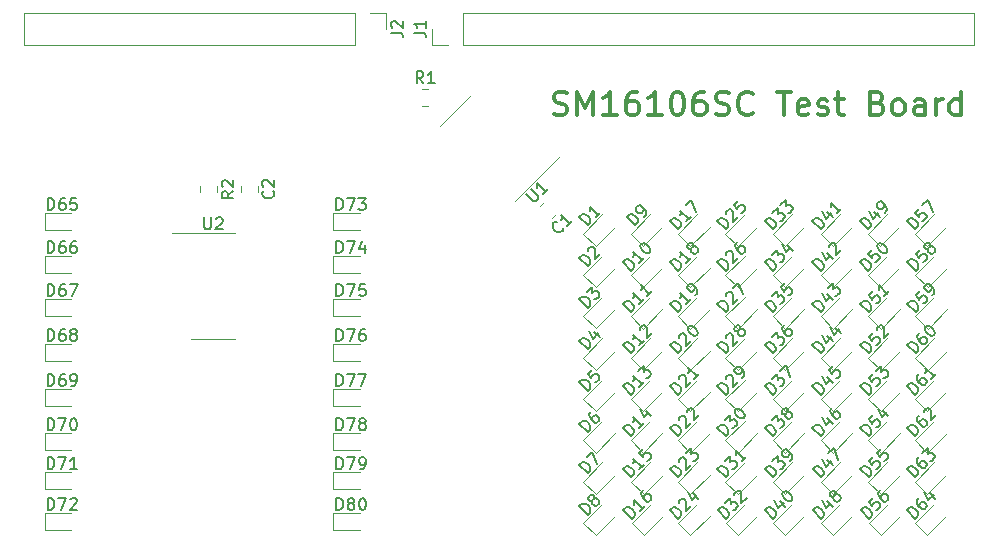
<source format=gbr>
G04 #@! TF.GenerationSoftware,KiCad,Pcbnew,5.1.2*
G04 #@! TF.CreationDate,2019-05-22T13:27:26-05:00*
G04 #@! TF.ProjectId,SM16106,534d3136-3130-4362-9e6b-696361645f70,rev?*
G04 #@! TF.SameCoordinates,Original*
G04 #@! TF.FileFunction,Legend,Top*
G04 #@! TF.FilePolarity,Positive*
%FSLAX46Y46*%
G04 Gerber Fmt 4.6, Leading zero omitted, Abs format (unit mm)*
G04 Created by KiCad (PCBNEW 5.1.2) date 2019-05-22 13:27:26*
%MOMM*%
%LPD*%
G04 APERTURE LIST*
%ADD10C,0.300000*%
%ADD11C,0.120000*%
%ADD12C,0.150000*%
G04 APERTURE END LIST*
D10*
X162614285Y-72809523D02*
X162899999Y-72904761D01*
X163376190Y-72904761D01*
X163566666Y-72809523D01*
X163661904Y-72714285D01*
X163757142Y-72523809D01*
X163757142Y-72333333D01*
X163661904Y-72142857D01*
X163566666Y-72047619D01*
X163376190Y-71952380D01*
X162995238Y-71857142D01*
X162804761Y-71761904D01*
X162709523Y-71666666D01*
X162614285Y-71476190D01*
X162614285Y-71285714D01*
X162709523Y-71095238D01*
X162804761Y-71000000D01*
X162995238Y-70904761D01*
X163471428Y-70904761D01*
X163757142Y-71000000D01*
X164614285Y-72904761D02*
X164614285Y-70904761D01*
X165280952Y-72333333D01*
X165947619Y-70904761D01*
X165947619Y-72904761D01*
X167947619Y-72904761D02*
X166804761Y-72904761D01*
X167376190Y-72904761D02*
X167376190Y-70904761D01*
X167185714Y-71190476D01*
X166995238Y-71380952D01*
X166804761Y-71476190D01*
X169661904Y-70904761D02*
X169280952Y-70904761D01*
X169090476Y-71000000D01*
X168995238Y-71095238D01*
X168804761Y-71380952D01*
X168709523Y-71761904D01*
X168709523Y-72523809D01*
X168804761Y-72714285D01*
X168899999Y-72809523D01*
X169090476Y-72904761D01*
X169471428Y-72904761D01*
X169661904Y-72809523D01*
X169757142Y-72714285D01*
X169852380Y-72523809D01*
X169852380Y-72047619D01*
X169757142Y-71857142D01*
X169661904Y-71761904D01*
X169471428Y-71666666D01*
X169090476Y-71666666D01*
X168899999Y-71761904D01*
X168804761Y-71857142D01*
X168709523Y-72047619D01*
X171757142Y-72904761D02*
X170614285Y-72904761D01*
X171185714Y-72904761D02*
X171185714Y-70904761D01*
X170995238Y-71190476D01*
X170804761Y-71380952D01*
X170614285Y-71476190D01*
X172995238Y-70904761D02*
X173185714Y-70904761D01*
X173376190Y-71000000D01*
X173471428Y-71095238D01*
X173566666Y-71285714D01*
X173661904Y-71666666D01*
X173661904Y-72142857D01*
X173566666Y-72523809D01*
X173471428Y-72714285D01*
X173376190Y-72809523D01*
X173185714Y-72904761D01*
X172995238Y-72904761D01*
X172804761Y-72809523D01*
X172709523Y-72714285D01*
X172614285Y-72523809D01*
X172519047Y-72142857D01*
X172519047Y-71666666D01*
X172614285Y-71285714D01*
X172709523Y-71095238D01*
X172804761Y-71000000D01*
X172995238Y-70904761D01*
X175376190Y-70904761D02*
X174995238Y-70904761D01*
X174804761Y-71000000D01*
X174709523Y-71095238D01*
X174519047Y-71380952D01*
X174423809Y-71761904D01*
X174423809Y-72523809D01*
X174519047Y-72714285D01*
X174614285Y-72809523D01*
X174804761Y-72904761D01*
X175185714Y-72904761D01*
X175376190Y-72809523D01*
X175471428Y-72714285D01*
X175566666Y-72523809D01*
X175566666Y-72047619D01*
X175471428Y-71857142D01*
X175376190Y-71761904D01*
X175185714Y-71666666D01*
X174804761Y-71666666D01*
X174614285Y-71761904D01*
X174519047Y-71857142D01*
X174423809Y-72047619D01*
X176328571Y-72809523D02*
X176614285Y-72904761D01*
X177090476Y-72904761D01*
X177280952Y-72809523D01*
X177376190Y-72714285D01*
X177471428Y-72523809D01*
X177471428Y-72333333D01*
X177376190Y-72142857D01*
X177280952Y-72047619D01*
X177090476Y-71952380D01*
X176709523Y-71857142D01*
X176519047Y-71761904D01*
X176423809Y-71666666D01*
X176328571Y-71476190D01*
X176328571Y-71285714D01*
X176423809Y-71095238D01*
X176519047Y-71000000D01*
X176709523Y-70904761D01*
X177185714Y-70904761D01*
X177471428Y-71000000D01*
X179471428Y-72714285D02*
X179376190Y-72809523D01*
X179090476Y-72904761D01*
X178899999Y-72904761D01*
X178614285Y-72809523D01*
X178423809Y-72619047D01*
X178328571Y-72428571D01*
X178233333Y-72047619D01*
X178233333Y-71761904D01*
X178328571Y-71380952D01*
X178423809Y-71190476D01*
X178614285Y-71000000D01*
X178899999Y-70904761D01*
X179090476Y-70904761D01*
X179376190Y-71000000D01*
X179471428Y-71095238D01*
X181566666Y-70904761D02*
X182709523Y-70904761D01*
X182138095Y-72904761D02*
X182138095Y-70904761D01*
X184138095Y-72809523D02*
X183947619Y-72904761D01*
X183566666Y-72904761D01*
X183376190Y-72809523D01*
X183280952Y-72619047D01*
X183280952Y-71857142D01*
X183376190Y-71666666D01*
X183566666Y-71571428D01*
X183947619Y-71571428D01*
X184138095Y-71666666D01*
X184233333Y-71857142D01*
X184233333Y-72047619D01*
X183280952Y-72238095D01*
X184995238Y-72809523D02*
X185185714Y-72904761D01*
X185566666Y-72904761D01*
X185757142Y-72809523D01*
X185852380Y-72619047D01*
X185852380Y-72523809D01*
X185757142Y-72333333D01*
X185566666Y-72238095D01*
X185280952Y-72238095D01*
X185090476Y-72142857D01*
X184995238Y-71952380D01*
X184995238Y-71857142D01*
X185090476Y-71666666D01*
X185280952Y-71571428D01*
X185566666Y-71571428D01*
X185757142Y-71666666D01*
X186423809Y-71571428D02*
X187185714Y-71571428D01*
X186709523Y-70904761D02*
X186709523Y-72619047D01*
X186804761Y-72809523D01*
X186995238Y-72904761D01*
X187185714Y-72904761D01*
X190042857Y-71857142D02*
X190328571Y-71952380D01*
X190423809Y-72047619D01*
X190519047Y-72238095D01*
X190519047Y-72523809D01*
X190423809Y-72714285D01*
X190328571Y-72809523D01*
X190138095Y-72904761D01*
X189376190Y-72904761D01*
X189376190Y-70904761D01*
X190042857Y-70904761D01*
X190233333Y-71000000D01*
X190328571Y-71095238D01*
X190423809Y-71285714D01*
X190423809Y-71476190D01*
X190328571Y-71666666D01*
X190233333Y-71761904D01*
X190042857Y-71857142D01*
X189376190Y-71857142D01*
X191661904Y-72904761D02*
X191471428Y-72809523D01*
X191376190Y-72714285D01*
X191280952Y-72523809D01*
X191280952Y-71952380D01*
X191376190Y-71761904D01*
X191471428Y-71666666D01*
X191661904Y-71571428D01*
X191947619Y-71571428D01*
X192138095Y-71666666D01*
X192233333Y-71761904D01*
X192328571Y-71952380D01*
X192328571Y-72523809D01*
X192233333Y-72714285D01*
X192138095Y-72809523D01*
X191947619Y-72904761D01*
X191661904Y-72904761D01*
X194042857Y-72904761D02*
X194042857Y-71857142D01*
X193947619Y-71666666D01*
X193757142Y-71571428D01*
X193376190Y-71571428D01*
X193185714Y-71666666D01*
X194042857Y-72809523D02*
X193852380Y-72904761D01*
X193376190Y-72904761D01*
X193185714Y-72809523D01*
X193090476Y-72619047D01*
X193090476Y-72428571D01*
X193185714Y-72238095D01*
X193376190Y-72142857D01*
X193852380Y-72142857D01*
X194042857Y-72047619D01*
X194995238Y-72904761D02*
X194995238Y-71571428D01*
X194995238Y-71952380D02*
X195090476Y-71761904D01*
X195185714Y-71666666D01*
X195376190Y-71571428D01*
X195566666Y-71571428D01*
X197090476Y-72904761D02*
X197090476Y-70904761D01*
X197090476Y-72809523D02*
X196899999Y-72904761D01*
X196519047Y-72904761D01*
X196328571Y-72809523D01*
X196233333Y-72714285D01*
X196138095Y-72523809D01*
X196138095Y-71952380D01*
X196233333Y-71761904D01*
X196328571Y-71666666D01*
X196519047Y-71571428D01*
X196899999Y-71571428D01*
X197090476Y-71666666D01*
D11*
X161830796Y-80265112D02*
X161465112Y-80630796D01*
X162834888Y-81269204D02*
X162469204Y-81634888D01*
X137560000Y-78903921D02*
X137560000Y-79421077D01*
X136140000Y-78903921D02*
X136140000Y-79421077D01*
X121800000Y-81165000D02*
X119515000Y-81165000D01*
X119515000Y-81165000D02*
X119515000Y-82635000D01*
X119515000Y-82635000D02*
X121800000Y-82635000D01*
X119515000Y-86285000D02*
X121800000Y-86285000D01*
X119515000Y-84815000D02*
X119515000Y-86285000D01*
X121800000Y-84815000D02*
X119515000Y-84815000D01*
X119515000Y-89935000D02*
X121800000Y-89935000D01*
X119515000Y-88465000D02*
X119515000Y-89935000D01*
X121800000Y-88465000D02*
X119515000Y-88465000D01*
X119515000Y-93735000D02*
X121800000Y-93735000D01*
X119515000Y-92265000D02*
X119515000Y-93735000D01*
X121800000Y-92265000D02*
X119515000Y-92265000D01*
X121800000Y-96065000D02*
X119515000Y-96065000D01*
X119515000Y-96065000D02*
X119515000Y-97535000D01*
X119515000Y-97535000D02*
X121800000Y-97535000D01*
X119515000Y-101285000D02*
X121800000Y-101285000D01*
X119515000Y-99815000D02*
X119515000Y-101285000D01*
X121800000Y-99815000D02*
X119515000Y-99815000D01*
X121800000Y-103115000D02*
X119515000Y-103115000D01*
X119515000Y-103115000D02*
X119515000Y-104585000D01*
X119515000Y-104585000D02*
X121800000Y-104585000D01*
X119515000Y-108035000D02*
X121800000Y-108035000D01*
X119515000Y-106565000D02*
X119515000Y-108035000D01*
X121800000Y-106565000D02*
X119515000Y-106565000D01*
X143965000Y-82635000D02*
X146250000Y-82635000D01*
X143965000Y-81165000D02*
X143965000Y-82635000D01*
X146250000Y-81165000D02*
X143965000Y-81165000D01*
X143965000Y-86285000D02*
X146250000Y-86285000D01*
X143965000Y-84815000D02*
X143965000Y-86285000D01*
X146250000Y-84815000D02*
X143965000Y-84815000D01*
X146250000Y-88465000D02*
X143965000Y-88465000D01*
X143965000Y-88465000D02*
X143965000Y-89935000D01*
X143965000Y-89935000D02*
X146250000Y-89935000D01*
X143965000Y-93735000D02*
X146250000Y-93735000D01*
X143965000Y-92265000D02*
X143965000Y-93735000D01*
X146250000Y-92265000D02*
X143965000Y-92265000D01*
X146250000Y-96065000D02*
X143965000Y-96065000D01*
X143965000Y-96065000D02*
X143965000Y-97535000D01*
X143965000Y-97535000D02*
X146250000Y-97535000D01*
X143965000Y-101285000D02*
X146250000Y-101285000D01*
X143965000Y-99815000D02*
X143965000Y-101285000D01*
X146250000Y-99815000D02*
X143965000Y-99815000D01*
X146250000Y-103115000D02*
X143965000Y-103115000D01*
X143965000Y-103115000D02*
X143965000Y-104585000D01*
X143965000Y-104585000D02*
X146250000Y-104585000D01*
X143965000Y-108035000D02*
X146250000Y-108035000D01*
X143965000Y-106565000D02*
X143965000Y-108035000D01*
X146250000Y-106565000D02*
X143965000Y-106565000D01*
X117820000Y-64270000D02*
X117820000Y-66930000D01*
X145820000Y-64270000D02*
X117820000Y-64270000D01*
X145820000Y-66930000D02*
X117820000Y-66930000D01*
X145820000Y-64270000D02*
X145820000Y-66930000D01*
X147090000Y-64270000D02*
X148420000Y-64270000D01*
X148420000Y-64270000D02*
X148420000Y-65600000D01*
X151491422Y-70690000D02*
X152008578Y-70690000D01*
X151491422Y-72110000D02*
X152008578Y-72110000D01*
X132690000Y-78928923D02*
X132690000Y-79446079D01*
X134110000Y-78928923D02*
X134110000Y-79446079D01*
X163164157Y-76375307D02*
X159357377Y-80182088D01*
X155654188Y-71228065D02*
X153031812Y-73850441D01*
X131941400Y-91842500D02*
X135650000Y-91842500D01*
X130270700Y-82892500D02*
X135654300Y-82892500D01*
X198190000Y-66930000D02*
X198190000Y-64270000D01*
X154950000Y-66930000D02*
X198190000Y-66930000D01*
X154950000Y-64270000D02*
X198190000Y-64270000D01*
X154950000Y-66930000D02*
X154950000Y-64270000D01*
X153680000Y-66930000D02*
X152350000Y-66930000D01*
X152350000Y-66930000D02*
X152350000Y-65600000D01*
X166758462Y-81314591D02*
X165142723Y-82930330D01*
X165142723Y-82930330D02*
X166182170Y-83969777D01*
X166182170Y-83969777D02*
X167797909Y-82354038D01*
X166182170Y-87454778D02*
X167797909Y-85839039D01*
X165142723Y-86415331D02*
X166182170Y-87454778D01*
X166758462Y-84799592D02*
X165142723Y-86415331D01*
X166758462Y-88299592D02*
X165142723Y-89915331D01*
X165142723Y-89915331D02*
X166182170Y-90954778D01*
X166182170Y-90954778D02*
X167797909Y-89339039D01*
X166182170Y-94469777D02*
X167797909Y-92854038D01*
X165142723Y-93430330D02*
X166182170Y-94469777D01*
X166758462Y-91814591D02*
X165142723Y-93430330D01*
X166758462Y-95314591D02*
X165142723Y-96930330D01*
X165142723Y-96930330D02*
X166182170Y-97969777D01*
X166182170Y-97969777D02*
X167797909Y-96354038D01*
X166182170Y-101469777D02*
X167797909Y-99854038D01*
X165142723Y-100430330D02*
X166182170Y-101469777D01*
X166758462Y-98814591D02*
X165142723Y-100430330D01*
X166758462Y-102314591D02*
X165142723Y-103930330D01*
X165142723Y-103930330D02*
X166182170Y-104969777D01*
X166182170Y-104969777D02*
X167797909Y-103354038D01*
X166182170Y-108469777D02*
X167797909Y-106854038D01*
X165142723Y-107430330D02*
X166182170Y-108469777D01*
X166758462Y-105814591D02*
X165142723Y-107430330D01*
X170783462Y-81314591D02*
X169167723Y-82930330D01*
X169167723Y-82930330D02*
X170207170Y-83969777D01*
X170207170Y-83969777D02*
X171822909Y-82354038D01*
X170207170Y-87469777D02*
X171822909Y-85854038D01*
X169167723Y-86430330D02*
X170207170Y-87469777D01*
X170783462Y-84814591D02*
X169167723Y-86430330D01*
X170783462Y-88314591D02*
X169167723Y-89930330D01*
X169167723Y-89930330D02*
X170207170Y-90969777D01*
X170207170Y-90969777D02*
X171822909Y-89354038D01*
X170207170Y-94469777D02*
X171822909Y-92854038D01*
X169167723Y-93430330D02*
X170207170Y-94469777D01*
X170783462Y-91814591D02*
X169167723Y-93430330D01*
X170207170Y-97969777D02*
X171822909Y-96354038D01*
X169167723Y-96930330D02*
X170207170Y-97969777D01*
X170783462Y-95314591D02*
X169167723Y-96930330D01*
X170783462Y-98814591D02*
X169167723Y-100430330D01*
X169167723Y-100430330D02*
X170207170Y-101469777D01*
X170207170Y-101469777D02*
X171822909Y-99854038D01*
X170808462Y-102314591D02*
X169192723Y-103930330D01*
X169192723Y-103930330D02*
X170232170Y-104969777D01*
X170232170Y-104969777D02*
X171847909Y-103354038D01*
X170257170Y-108469777D02*
X171872909Y-106854038D01*
X169217723Y-107430330D02*
X170257170Y-108469777D01*
X170833462Y-105814591D02*
X169217723Y-107430330D01*
X174207170Y-83969777D02*
X175822909Y-82354038D01*
X173167723Y-82930330D02*
X174207170Y-83969777D01*
X174783462Y-81314591D02*
X173167723Y-82930330D01*
X174207170Y-87469777D02*
X175822909Y-85854038D01*
X173167723Y-86430330D02*
X174207170Y-87469777D01*
X174783462Y-84814591D02*
X173167723Y-86430330D01*
X174783462Y-88314591D02*
X173167723Y-89930330D01*
X173167723Y-89930330D02*
X174207170Y-90969777D01*
X174207170Y-90969777D02*
X175822909Y-89354038D01*
X174207170Y-94469777D02*
X175822909Y-92854038D01*
X173167723Y-93430330D02*
X174207170Y-94469777D01*
X174783462Y-91814591D02*
X173167723Y-93430330D01*
X174783462Y-95314591D02*
X173167723Y-96930330D01*
X173167723Y-96930330D02*
X174207170Y-97969777D01*
X174207170Y-97969777D02*
X175822909Y-96354038D01*
X174207170Y-101469777D02*
X175822909Y-99854038D01*
X173167723Y-100430330D02*
X174207170Y-101469777D01*
X174783462Y-98814591D02*
X173167723Y-100430330D01*
X174783462Y-102314591D02*
X173167723Y-103930330D01*
X173167723Y-103930330D02*
X174207170Y-104969777D01*
X174207170Y-104969777D02*
X175822909Y-103354038D01*
X174207170Y-108469777D02*
X175822909Y-106854038D01*
X173167723Y-107430330D02*
X174207170Y-108469777D01*
X174783462Y-105814591D02*
X173167723Y-107430330D01*
X178783462Y-81314591D02*
X177167723Y-82930330D01*
X177167723Y-82930330D02*
X178207170Y-83969777D01*
X178207170Y-83969777D02*
X179822909Y-82354038D01*
X178207170Y-87469777D02*
X179822909Y-85854038D01*
X177167723Y-86430330D02*
X178207170Y-87469777D01*
X178783462Y-84814591D02*
X177167723Y-86430330D01*
X178783462Y-88314591D02*
X177167723Y-89930330D01*
X177167723Y-89930330D02*
X178207170Y-90969777D01*
X178207170Y-90969777D02*
X179822909Y-89354038D01*
X178207170Y-94469777D02*
X179822909Y-92854038D01*
X177167723Y-93430330D02*
X178207170Y-94469777D01*
X178783462Y-91814591D02*
X177167723Y-93430330D01*
X178783462Y-95314591D02*
X177167723Y-96930330D01*
X177167723Y-96930330D02*
X178207170Y-97969777D01*
X178207170Y-97969777D02*
X179822909Y-96354038D01*
X178207170Y-101469777D02*
X179822909Y-99854038D01*
X177167723Y-100430330D02*
X178207170Y-101469777D01*
X178783462Y-98814591D02*
X177167723Y-100430330D01*
X178783462Y-102314591D02*
X177167723Y-103930330D01*
X177167723Y-103930330D02*
X178207170Y-104969777D01*
X178207170Y-104969777D02*
X179822909Y-103354038D01*
X178232170Y-108469777D02*
X179847909Y-106854038D01*
X177192723Y-107430330D02*
X178232170Y-108469777D01*
X178808462Y-105814591D02*
X177192723Y-107430330D01*
X182808462Y-81314591D02*
X181192723Y-82930330D01*
X181192723Y-82930330D02*
X182232170Y-83969777D01*
X182232170Y-83969777D02*
X183847909Y-82354038D01*
X182207170Y-87469777D02*
X183822909Y-85854038D01*
X181167723Y-86430330D02*
X182207170Y-87469777D01*
X182783462Y-84814591D02*
X181167723Y-86430330D01*
X182783462Y-88314591D02*
X181167723Y-89930330D01*
X181167723Y-89930330D02*
X182207170Y-90969777D01*
X182207170Y-90969777D02*
X183822909Y-89354038D01*
X182783462Y-91814591D02*
X181167723Y-93430330D01*
X181167723Y-93430330D02*
X182207170Y-94469777D01*
X182207170Y-94469777D02*
X183822909Y-92854038D01*
X182207170Y-97969777D02*
X183822909Y-96354038D01*
X181167723Y-96930330D02*
X182207170Y-97969777D01*
X182783462Y-95314591D02*
X181167723Y-96930330D01*
X182783462Y-98814591D02*
X181167723Y-100430330D01*
X181167723Y-100430330D02*
X182207170Y-101469777D01*
X182207170Y-101469777D02*
X183822909Y-99854038D01*
X182232170Y-104969777D02*
X183847909Y-103354038D01*
X181192723Y-103930330D02*
X182232170Y-104969777D01*
X182808462Y-102314591D02*
X181192723Y-103930330D01*
X182808462Y-105814591D02*
X181192723Y-107430330D01*
X181192723Y-107430330D02*
X182232170Y-108469777D01*
X182232170Y-108469777D02*
X183847909Y-106854038D01*
X186833462Y-81314591D02*
X185217723Y-82930330D01*
X185217723Y-82930330D02*
X186257170Y-83969777D01*
X186257170Y-83969777D02*
X187872909Y-82354038D01*
X186257170Y-87469777D02*
X187872909Y-85854038D01*
X185217723Y-86430330D02*
X186257170Y-87469777D01*
X186833462Y-84814591D02*
X185217723Y-86430330D01*
X186833462Y-88314591D02*
X185217723Y-89930330D01*
X185217723Y-89930330D02*
X186257170Y-90969777D01*
X186257170Y-90969777D02*
X187872909Y-89354038D01*
X186257170Y-94469777D02*
X187872909Y-92854038D01*
X185217723Y-93430330D02*
X186257170Y-94469777D01*
X186833462Y-91814591D02*
X185217723Y-93430330D01*
X186833462Y-95314591D02*
X185217723Y-96930330D01*
X185217723Y-96930330D02*
X186257170Y-97969777D01*
X186257170Y-97969777D02*
X187872909Y-96354038D01*
X186257170Y-101469777D02*
X187872909Y-99854038D01*
X185217723Y-100430330D02*
X186257170Y-101469777D01*
X186833462Y-98814591D02*
X185217723Y-100430330D01*
X186845962Y-102314591D02*
X185230223Y-103930330D01*
X185230223Y-103930330D02*
X186269670Y-104969777D01*
X186269670Y-104969777D02*
X187885409Y-103354038D01*
X186282170Y-108469777D02*
X187897909Y-106854038D01*
X185242723Y-107430330D02*
X186282170Y-108469777D01*
X186858462Y-105814591D02*
X185242723Y-107430330D01*
X190257170Y-83969777D02*
X191872909Y-82354038D01*
X189217723Y-82930330D02*
X190257170Y-83969777D01*
X190833462Y-81314591D02*
X189217723Y-82930330D01*
X190845962Y-84814591D02*
X189230223Y-86430330D01*
X189230223Y-86430330D02*
X190269670Y-87469777D01*
X190269670Y-87469777D02*
X191885409Y-85854038D01*
X190307170Y-90969777D02*
X191922909Y-89354038D01*
X189267723Y-89930330D02*
X190307170Y-90969777D01*
X190883462Y-88314591D02*
X189267723Y-89930330D01*
X190883462Y-91814591D02*
X189267723Y-93430330D01*
X189267723Y-93430330D02*
X190307170Y-94469777D01*
X190307170Y-94469777D02*
X191922909Y-92854038D01*
X190307170Y-97969777D02*
X191922909Y-96354038D01*
X189267723Y-96930330D02*
X190307170Y-97969777D01*
X190883462Y-95314591D02*
X189267723Y-96930330D01*
X190883462Y-98814591D02*
X189267723Y-100430330D01*
X189267723Y-100430330D02*
X190307170Y-101469777D01*
X190307170Y-101469777D02*
X191922909Y-99854038D01*
X190307170Y-104969777D02*
X191922909Y-103354038D01*
X189267723Y-103930330D02*
X190307170Y-104969777D01*
X190883462Y-102314591D02*
X189267723Y-103930330D01*
X190908462Y-105814591D02*
X189292723Y-107430330D01*
X189292723Y-107430330D02*
X190332170Y-108469777D01*
X190332170Y-108469777D02*
X191947909Y-106854038D01*
X194257170Y-83969777D02*
X195872909Y-82354038D01*
X193217723Y-82930330D02*
X194257170Y-83969777D01*
X194833462Y-81314591D02*
X193217723Y-82930330D01*
X194858462Y-84814591D02*
X193242723Y-86430330D01*
X193242723Y-86430330D02*
X194282170Y-87469777D01*
X194282170Y-87469777D02*
X195897909Y-85854038D01*
X194282170Y-90969777D02*
X195897909Y-89354038D01*
X193242723Y-89930330D02*
X194282170Y-90969777D01*
X194858462Y-88314591D02*
X193242723Y-89930330D01*
X194858462Y-91814591D02*
X193242723Y-93430330D01*
X193242723Y-93430330D02*
X194282170Y-94469777D01*
X194282170Y-94469777D02*
X195897909Y-92854038D01*
X194257170Y-97969777D02*
X195872909Y-96354038D01*
X193217723Y-96930330D02*
X194257170Y-97969777D01*
X194833462Y-95314591D02*
X193217723Y-96930330D01*
X194845962Y-98814591D02*
X193230223Y-100430330D01*
X193230223Y-100430330D02*
X194269670Y-101469777D01*
X194269670Y-101469777D02*
X195885409Y-99854038D01*
X194257170Y-104969777D02*
X195872909Y-103354038D01*
X193217723Y-103930330D02*
X194257170Y-104969777D01*
X194833462Y-102314591D02*
X193217723Y-103930330D01*
X194833462Y-105814591D02*
X193217723Y-107430330D01*
X193217723Y-107430330D02*
X194257170Y-108469777D01*
X194257170Y-108469777D02*
X195872909Y-106854038D01*
D12*
X163451413Y-82487115D02*
X163451413Y-82554458D01*
X163384069Y-82689145D01*
X163316726Y-82756489D01*
X163182038Y-82823832D01*
X163047351Y-82823832D01*
X162946336Y-82790161D01*
X162777977Y-82689145D01*
X162676962Y-82588130D01*
X162575947Y-82419771D01*
X162542275Y-82318756D01*
X162542275Y-82184069D01*
X162609619Y-82049382D01*
X162676962Y-81982038D01*
X162811649Y-81914695D01*
X162878993Y-81914695D01*
X164192191Y-81881023D02*
X163788130Y-82285084D01*
X163990161Y-82083054D02*
X163283054Y-81375947D01*
X163316726Y-81544306D01*
X163316726Y-81678993D01*
X163283054Y-81780008D01*
X138857142Y-79329165D02*
X138904761Y-79376784D01*
X138952380Y-79519641D01*
X138952380Y-79614879D01*
X138904761Y-79757737D01*
X138809523Y-79852975D01*
X138714285Y-79900594D01*
X138523809Y-79948213D01*
X138380952Y-79948213D01*
X138190476Y-79900594D01*
X138095238Y-79852975D01*
X138000000Y-79757737D01*
X137952380Y-79614879D01*
X137952380Y-79519641D01*
X138000000Y-79376784D01*
X138047619Y-79329165D01*
X138047619Y-78948213D02*
X138000000Y-78900594D01*
X137952380Y-78805356D01*
X137952380Y-78567260D01*
X138000000Y-78472022D01*
X138047619Y-78424403D01*
X138142857Y-78376784D01*
X138238095Y-78376784D01*
X138380952Y-78424403D01*
X138952380Y-78995832D01*
X138952380Y-78376784D01*
X119785714Y-80922380D02*
X119785714Y-79922380D01*
X120023809Y-79922380D01*
X120166666Y-79970000D01*
X120261904Y-80065238D01*
X120309523Y-80160476D01*
X120357142Y-80350952D01*
X120357142Y-80493809D01*
X120309523Y-80684285D01*
X120261904Y-80779523D01*
X120166666Y-80874761D01*
X120023809Y-80922380D01*
X119785714Y-80922380D01*
X121214285Y-79922380D02*
X121023809Y-79922380D01*
X120928571Y-79970000D01*
X120880952Y-80017619D01*
X120785714Y-80160476D01*
X120738095Y-80350952D01*
X120738095Y-80731904D01*
X120785714Y-80827142D01*
X120833333Y-80874761D01*
X120928571Y-80922380D01*
X121119047Y-80922380D01*
X121214285Y-80874761D01*
X121261904Y-80827142D01*
X121309523Y-80731904D01*
X121309523Y-80493809D01*
X121261904Y-80398571D01*
X121214285Y-80350952D01*
X121119047Y-80303333D01*
X120928571Y-80303333D01*
X120833333Y-80350952D01*
X120785714Y-80398571D01*
X120738095Y-80493809D01*
X122214285Y-79922380D02*
X121738095Y-79922380D01*
X121690476Y-80398571D01*
X121738095Y-80350952D01*
X121833333Y-80303333D01*
X122071428Y-80303333D01*
X122166666Y-80350952D01*
X122214285Y-80398571D01*
X122261904Y-80493809D01*
X122261904Y-80731904D01*
X122214285Y-80827142D01*
X122166666Y-80874761D01*
X122071428Y-80922380D01*
X121833333Y-80922380D01*
X121738095Y-80874761D01*
X121690476Y-80827142D01*
X119785714Y-84572380D02*
X119785714Y-83572380D01*
X120023809Y-83572380D01*
X120166666Y-83620000D01*
X120261904Y-83715238D01*
X120309523Y-83810476D01*
X120357142Y-84000952D01*
X120357142Y-84143809D01*
X120309523Y-84334285D01*
X120261904Y-84429523D01*
X120166666Y-84524761D01*
X120023809Y-84572380D01*
X119785714Y-84572380D01*
X121214285Y-83572380D02*
X121023809Y-83572380D01*
X120928571Y-83620000D01*
X120880952Y-83667619D01*
X120785714Y-83810476D01*
X120738095Y-84000952D01*
X120738095Y-84381904D01*
X120785714Y-84477142D01*
X120833333Y-84524761D01*
X120928571Y-84572380D01*
X121119047Y-84572380D01*
X121214285Y-84524761D01*
X121261904Y-84477142D01*
X121309523Y-84381904D01*
X121309523Y-84143809D01*
X121261904Y-84048571D01*
X121214285Y-84000952D01*
X121119047Y-83953333D01*
X120928571Y-83953333D01*
X120833333Y-84000952D01*
X120785714Y-84048571D01*
X120738095Y-84143809D01*
X122166666Y-83572380D02*
X121976190Y-83572380D01*
X121880952Y-83620000D01*
X121833333Y-83667619D01*
X121738095Y-83810476D01*
X121690476Y-84000952D01*
X121690476Y-84381904D01*
X121738095Y-84477142D01*
X121785714Y-84524761D01*
X121880952Y-84572380D01*
X122071428Y-84572380D01*
X122166666Y-84524761D01*
X122214285Y-84477142D01*
X122261904Y-84381904D01*
X122261904Y-84143809D01*
X122214285Y-84048571D01*
X122166666Y-84000952D01*
X122071428Y-83953333D01*
X121880952Y-83953333D01*
X121785714Y-84000952D01*
X121738095Y-84048571D01*
X121690476Y-84143809D01*
X119785714Y-88222380D02*
X119785714Y-87222380D01*
X120023809Y-87222380D01*
X120166666Y-87270000D01*
X120261904Y-87365238D01*
X120309523Y-87460476D01*
X120357142Y-87650952D01*
X120357142Y-87793809D01*
X120309523Y-87984285D01*
X120261904Y-88079523D01*
X120166666Y-88174761D01*
X120023809Y-88222380D01*
X119785714Y-88222380D01*
X121214285Y-87222380D02*
X121023809Y-87222380D01*
X120928571Y-87270000D01*
X120880952Y-87317619D01*
X120785714Y-87460476D01*
X120738095Y-87650952D01*
X120738095Y-88031904D01*
X120785714Y-88127142D01*
X120833333Y-88174761D01*
X120928571Y-88222380D01*
X121119047Y-88222380D01*
X121214285Y-88174761D01*
X121261904Y-88127142D01*
X121309523Y-88031904D01*
X121309523Y-87793809D01*
X121261904Y-87698571D01*
X121214285Y-87650952D01*
X121119047Y-87603333D01*
X120928571Y-87603333D01*
X120833333Y-87650952D01*
X120785714Y-87698571D01*
X120738095Y-87793809D01*
X121642857Y-87222380D02*
X122309523Y-87222380D01*
X121880952Y-88222380D01*
X119785714Y-92022380D02*
X119785714Y-91022380D01*
X120023809Y-91022380D01*
X120166666Y-91070000D01*
X120261904Y-91165238D01*
X120309523Y-91260476D01*
X120357142Y-91450952D01*
X120357142Y-91593809D01*
X120309523Y-91784285D01*
X120261904Y-91879523D01*
X120166666Y-91974761D01*
X120023809Y-92022380D01*
X119785714Y-92022380D01*
X121214285Y-91022380D02*
X121023809Y-91022380D01*
X120928571Y-91070000D01*
X120880952Y-91117619D01*
X120785714Y-91260476D01*
X120738095Y-91450952D01*
X120738095Y-91831904D01*
X120785714Y-91927142D01*
X120833333Y-91974761D01*
X120928571Y-92022380D01*
X121119047Y-92022380D01*
X121214285Y-91974761D01*
X121261904Y-91927142D01*
X121309523Y-91831904D01*
X121309523Y-91593809D01*
X121261904Y-91498571D01*
X121214285Y-91450952D01*
X121119047Y-91403333D01*
X120928571Y-91403333D01*
X120833333Y-91450952D01*
X120785714Y-91498571D01*
X120738095Y-91593809D01*
X121880952Y-91450952D02*
X121785714Y-91403333D01*
X121738095Y-91355714D01*
X121690476Y-91260476D01*
X121690476Y-91212857D01*
X121738095Y-91117619D01*
X121785714Y-91070000D01*
X121880952Y-91022380D01*
X122071428Y-91022380D01*
X122166666Y-91070000D01*
X122214285Y-91117619D01*
X122261904Y-91212857D01*
X122261904Y-91260476D01*
X122214285Y-91355714D01*
X122166666Y-91403333D01*
X122071428Y-91450952D01*
X121880952Y-91450952D01*
X121785714Y-91498571D01*
X121738095Y-91546190D01*
X121690476Y-91641428D01*
X121690476Y-91831904D01*
X121738095Y-91927142D01*
X121785714Y-91974761D01*
X121880952Y-92022380D01*
X122071428Y-92022380D01*
X122166666Y-91974761D01*
X122214285Y-91927142D01*
X122261904Y-91831904D01*
X122261904Y-91641428D01*
X122214285Y-91546190D01*
X122166666Y-91498571D01*
X122071428Y-91450952D01*
X119785714Y-95822380D02*
X119785714Y-94822380D01*
X120023809Y-94822380D01*
X120166666Y-94870000D01*
X120261904Y-94965238D01*
X120309523Y-95060476D01*
X120357142Y-95250952D01*
X120357142Y-95393809D01*
X120309523Y-95584285D01*
X120261904Y-95679523D01*
X120166666Y-95774761D01*
X120023809Y-95822380D01*
X119785714Y-95822380D01*
X121214285Y-94822380D02*
X121023809Y-94822380D01*
X120928571Y-94870000D01*
X120880952Y-94917619D01*
X120785714Y-95060476D01*
X120738095Y-95250952D01*
X120738095Y-95631904D01*
X120785714Y-95727142D01*
X120833333Y-95774761D01*
X120928571Y-95822380D01*
X121119047Y-95822380D01*
X121214285Y-95774761D01*
X121261904Y-95727142D01*
X121309523Y-95631904D01*
X121309523Y-95393809D01*
X121261904Y-95298571D01*
X121214285Y-95250952D01*
X121119047Y-95203333D01*
X120928571Y-95203333D01*
X120833333Y-95250952D01*
X120785714Y-95298571D01*
X120738095Y-95393809D01*
X121785714Y-95822380D02*
X121976190Y-95822380D01*
X122071428Y-95774761D01*
X122119047Y-95727142D01*
X122214285Y-95584285D01*
X122261904Y-95393809D01*
X122261904Y-95012857D01*
X122214285Y-94917619D01*
X122166666Y-94870000D01*
X122071428Y-94822380D01*
X121880952Y-94822380D01*
X121785714Y-94870000D01*
X121738095Y-94917619D01*
X121690476Y-95012857D01*
X121690476Y-95250952D01*
X121738095Y-95346190D01*
X121785714Y-95393809D01*
X121880952Y-95441428D01*
X122071428Y-95441428D01*
X122166666Y-95393809D01*
X122214285Y-95346190D01*
X122261904Y-95250952D01*
X119785714Y-99572380D02*
X119785714Y-98572380D01*
X120023809Y-98572380D01*
X120166666Y-98620000D01*
X120261904Y-98715238D01*
X120309523Y-98810476D01*
X120357142Y-99000952D01*
X120357142Y-99143809D01*
X120309523Y-99334285D01*
X120261904Y-99429523D01*
X120166666Y-99524761D01*
X120023809Y-99572380D01*
X119785714Y-99572380D01*
X120690476Y-98572380D02*
X121357142Y-98572380D01*
X120928571Y-99572380D01*
X121928571Y-98572380D02*
X122023809Y-98572380D01*
X122119047Y-98620000D01*
X122166666Y-98667619D01*
X122214285Y-98762857D01*
X122261904Y-98953333D01*
X122261904Y-99191428D01*
X122214285Y-99381904D01*
X122166666Y-99477142D01*
X122119047Y-99524761D01*
X122023809Y-99572380D01*
X121928571Y-99572380D01*
X121833333Y-99524761D01*
X121785714Y-99477142D01*
X121738095Y-99381904D01*
X121690476Y-99191428D01*
X121690476Y-98953333D01*
X121738095Y-98762857D01*
X121785714Y-98667619D01*
X121833333Y-98620000D01*
X121928571Y-98572380D01*
X119785714Y-102872380D02*
X119785714Y-101872380D01*
X120023809Y-101872380D01*
X120166666Y-101920000D01*
X120261904Y-102015238D01*
X120309523Y-102110476D01*
X120357142Y-102300952D01*
X120357142Y-102443809D01*
X120309523Y-102634285D01*
X120261904Y-102729523D01*
X120166666Y-102824761D01*
X120023809Y-102872380D01*
X119785714Y-102872380D01*
X120690476Y-101872380D02*
X121357142Y-101872380D01*
X120928571Y-102872380D01*
X122261904Y-102872380D02*
X121690476Y-102872380D01*
X121976190Y-102872380D02*
X121976190Y-101872380D01*
X121880952Y-102015238D01*
X121785714Y-102110476D01*
X121690476Y-102158095D01*
X119785714Y-106322380D02*
X119785714Y-105322380D01*
X120023809Y-105322380D01*
X120166666Y-105370000D01*
X120261904Y-105465238D01*
X120309523Y-105560476D01*
X120357142Y-105750952D01*
X120357142Y-105893809D01*
X120309523Y-106084285D01*
X120261904Y-106179523D01*
X120166666Y-106274761D01*
X120023809Y-106322380D01*
X119785714Y-106322380D01*
X120690476Y-105322380D02*
X121357142Y-105322380D01*
X120928571Y-106322380D01*
X121690476Y-105417619D02*
X121738095Y-105370000D01*
X121833333Y-105322380D01*
X122071428Y-105322380D01*
X122166666Y-105370000D01*
X122214285Y-105417619D01*
X122261904Y-105512857D01*
X122261904Y-105608095D01*
X122214285Y-105750952D01*
X121642857Y-106322380D01*
X122261904Y-106322380D01*
X144235714Y-80922380D02*
X144235714Y-79922380D01*
X144473809Y-79922380D01*
X144616666Y-79970000D01*
X144711904Y-80065238D01*
X144759523Y-80160476D01*
X144807142Y-80350952D01*
X144807142Y-80493809D01*
X144759523Y-80684285D01*
X144711904Y-80779523D01*
X144616666Y-80874761D01*
X144473809Y-80922380D01*
X144235714Y-80922380D01*
X145140476Y-79922380D02*
X145807142Y-79922380D01*
X145378571Y-80922380D01*
X146092857Y-79922380D02*
X146711904Y-79922380D01*
X146378571Y-80303333D01*
X146521428Y-80303333D01*
X146616666Y-80350952D01*
X146664285Y-80398571D01*
X146711904Y-80493809D01*
X146711904Y-80731904D01*
X146664285Y-80827142D01*
X146616666Y-80874761D01*
X146521428Y-80922380D01*
X146235714Y-80922380D01*
X146140476Y-80874761D01*
X146092857Y-80827142D01*
X144235714Y-84572380D02*
X144235714Y-83572380D01*
X144473809Y-83572380D01*
X144616666Y-83620000D01*
X144711904Y-83715238D01*
X144759523Y-83810476D01*
X144807142Y-84000952D01*
X144807142Y-84143809D01*
X144759523Y-84334285D01*
X144711904Y-84429523D01*
X144616666Y-84524761D01*
X144473809Y-84572380D01*
X144235714Y-84572380D01*
X145140476Y-83572380D02*
X145807142Y-83572380D01*
X145378571Y-84572380D01*
X146616666Y-83905714D02*
X146616666Y-84572380D01*
X146378571Y-83524761D02*
X146140476Y-84239047D01*
X146759523Y-84239047D01*
X144235714Y-88222380D02*
X144235714Y-87222380D01*
X144473809Y-87222380D01*
X144616666Y-87270000D01*
X144711904Y-87365238D01*
X144759523Y-87460476D01*
X144807142Y-87650952D01*
X144807142Y-87793809D01*
X144759523Y-87984285D01*
X144711904Y-88079523D01*
X144616666Y-88174761D01*
X144473809Y-88222380D01*
X144235714Y-88222380D01*
X145140476Y-87222380D02*
X145807142Y-87222380D01*
X145378571Y-88222380D01*
X146664285Y-87222380D02*
X146188095Y-87222380D01*
X146140476Y-87698571D01*
X146188095Y-87650952D01*
X146283333Y-87603333D01*
X146521428Y-87603333D01*
X146616666Y-87650952D01*
X146664285Y-87698571D01*
X146711904Y-87793809D01*
X146711904Y-88031904D01*
X146664285Y-88127142D01*
X146616666Y-88174761D01*
X146521428Y-88222380D01*
X146283333Y-88222380D01*
X146188095Y-88174761D01*
X146140476Y-88127142D01*
X144235714Y-92022380D02*
X144235714Y-91022380D01*
X144473809Y-91022380D01*
X144616666Y-91070000D01*
X144711904Y-91165238D01*
X144759523Y-91260476D01*
X144807142Y-91450952D01*
X144807142Y-91593809D01*
X144759523Y-91784285D01*
X144711904Y-91879523D01*
X144616666Y-91974761D01*
X144473809Y-92022380D01*
X144235714Y-92022380D01*
X145140476Y-91022380D02*
X145807142Y-91022380D01*
X145378571Y-92022380D01*
X146616666Y-91022380D02*
X146426190Y-91022380D01*
X146330952Y-91070000D01*
X146283333Y-91117619D01*
X146188095Y-91260476D01*
X146140476Y-91450952D01*
X146140476Y-91831904D01*
X146188095Y-91927142D01*
X146235714Y-91974761D01*
X146330952Y-92022380D01*
X146521428Y-92022380D01*
X146616666Y-91974761D01*
X146664285Y-91927142D01*
X146711904Y-91831904D01*
X146711904Y-91593809D01*
X146664285Y-91498571D01*
X146616666Y-91450952D01*
X146521428Y-91403333D01*
X146330952Y-91403333D01*
X146235714Y-91450952D01*
X146188095Y-91498571D01*
X146140476Y-91593809D01*
X144235714Y-95822380D02*
X144235714Y-94822380D01*
X144473809Y-94822380D01*
X144616666Y-94870000D01*
X144711904Y-94965238D01*
X144759523Y-95060476D01*
X144807142Y-95250952D01*
X144807142Y-95393809D01*
X144759523Y-95584285D01*
X144711904Y-95679523D01*
X144616666Y-95774761D01*
X144473809Y-95822380D01*
X144235714Y-95822380D01*
X145140476Y-94822380D02*
X145807142Y-94822380D01*
X145378571Y-95822380D01*
X146092857Y-94822380D02*
X146759523Y-94822380D01*
X146330952Y-95822380D01*
X144235714Y-99572380D02*
X144235714Y-98572380D01*
X144473809Y-98572380D01*
X144616666Y-98620000D01*
X144711904Y-98715238D01*
X144759523Y-98810476D01*
X144807142Y-99000952D01*
X144807142Y-99143809D01*
X144759523Y-99334285D01*
X144711904Y-99429523D01*
X144616666Y-99524761D01*
X144473809Y-99572380D01*
X144235714Y-99572380D01*
X145140476Y-98572380D02*
X145807142Y-98572380D01*
X145378571Y-99572380D01*
X146330952Y-99000952D02*
X146235714Y-98953333D01*
X146188095Y-98905714D01*
X146140476Y-98810476D01*
X146140476Y-98762857D01*
X146188095Y-98667619D01*
X146235714Y-98620000D01*
X146330952Y-98572380D01*
X146521428Y-98572380D01*
X146616666Y-98620000D01*
X146664285Y-98667619D01*
X146711904Y-98762857D01*
X146711904Y-98810476D01*
X146664285Y-98905714D01*
X146616666Y-98953333D01*
X146521428Y-99000952D01*
X146330952Y-99000952D01*
X146235714Y-99048571D01*
X146188095Y-99096190D01*
X146140476Y-99191428D01*
X146140476Y-99381904D01*
X146188095Y-99477142D01*
X146235714Y-99524761D01*
X146330952Y-99572380D01*
X146521428Y-99572380D01*
X146616666Y-99524761D01*
X146664285Y-99477142D01*
X146711904Y-99381904D01*
X146711904Y-99191428D01*
X146664285Y-99096190D01*
X146616666Y-99048571D01*
X146521428Y-99000952D01*
X144235714Y-102872380D02*
X144235714Y-101872380D01*
X144473809Y-101872380D01*
X144616666Y-101920000D01*
X144711904Y-102015238D01*
X144759523Y-102110476D01*
X144807142Y-102300952D01*
X144807142Y-102443809D01*
X144759523Y-102634285D01*
X144711904Y-102729523D01*
X144616666Y-102824761D01*
X144473809Y-102872380D01*
X144235714Y-102872380D01*
X145140476Y-101872380D02*
X145807142Y-101872380D01*
X145378571Y-102872380D01*
X146235714Y-102872380D02*
X146426190Y-102872380D01*
X146521428Y-102824761D01*
X146569047Y-102777142D01*
X146664285Y-102634285D01*
X146711904Y-102443809D01*
X146711904Y-102062857D01*
X146664285Y-101967619D01*
X146616666Y-101920000D01*
X146521428Y-101872380D01*
X146330952Y-101872380D01*
X146235714Y-101920000D01*
X146188095Y-101967619D01*
X146140476Y-102062857D01*
X146140476Y-102300952D01*
X146188095Y-102396190D01*
X146235714Y-102443809D01*
X146330952Y-102491428D01*
X146521428Y-102491428D01*
X146616666Y-102443809D01*
X146664285Y-102396190D01*
X146711904Y-102300952D01*
X144235714Y-106322380D02*
X144235714Y-105322380D01*
X144473809Y-105322380D01*
X144616666Y-105370000D01*
X144711904Y-105465238D01*
X144759523Y-105560476D01*
X144807142Y-105750952D01*
X144807142Y-105893809D01*
X144759523Y-106084285D01*
X144711904Y-106179523D01*
X144616666Y-106274761D01*
X144473809Y-106322380D01*
X144235714Y-106322380D01*
X145378571Y-105750952D02*
X145283333Y-105703333D01*
X145235714Y-105655714D01*
X145188095Y-105560476D01*
X145188095Y-105512857D01*
X145235714Y-105417619D01*
X145283333Y-105370000D01*
X145378571Y-105322380D01*
X145569047Y-105322380D01*
X145664285Y-105370000D01*
X145711904Y-105417619D01*
X145759523Y-105512857D01*
X145759523Y-105560476D01*
X145711904Y-105655714D01*
X145664285Y-105703333D01*
X145569047Y-105750952D01*
X145378571Y-105750952D01*
X145283333Y-105798571D01*
X145235714Y-105846190D01*
X145188095Y-105941428D01*
X145188095Y-106131904D01*
X145235714Y-106227142D01*
X145283333Y-106274761D01*
X145378571Y-106322380D01*
X145569047Y-106322380D01*
X145664285Y-106274761D01*
X145711904Y-106227142D01*
X145759523Y-106131904D01*
X145759523Y-105941428D01*
X145711904Y-105846190D01*
X145664285Y-105798571D01*
X145569047Y-105750952D01*
X146378571Y-105322380D02*
X146473809Y-105322380D01*
X146569047Y-105370000D01*
X146616666Y-105417619D01*
X146664285Y-105512857D01*
X146711904Y-105703333D01*
X146711904Y-105941428D01*
X146664285Y-106131904D01*
X146616666Y-106227142D01*
X146569047Y-106274761D01*
X146473809Y-106322380D01*
X146378571Y-106322380D01*
X146283333Y-106274761D01*
X146235714Y-106227142D01*
X146188095Y-106131904D01*
X146140476Y-105941428D01*
X146140476Y-105703333D01*
X146188095Y-105512857D01*
X146235714Y-105417619D01*
X146283333Y-105370000D01*
X146378571Y-105322380D01*
X148872380Y-65933333D02*
X149586666Y-65933333D01*
X149729523Y-65980952D01*
X149824761Y-66076190D01*
X149872380Y-66219047D01*
X149872380Y-66314285D01*
X148967619Y-65504761D02*
X148920000Y-65457142D01*
X148872380Y-65361904D01*
X148872380Y-65123809D01*
X148920000Y-65028571D01*
X148967619Y-64980952D01*
X149062857Y-64933333D01*
X149158095Y-64933333D01*
X149300952Y-64980952D01*
X149872380Y-65552380D01*
X149872380Y-64933333D01*
X151583333Y-70202380D02*
X151250000Y-69726190D01*
X151011904Y-70202380D02*
X151011904Y-69202380D01*
X151392857Y-69202380D01*
X151488095Y-69250000D01*
X151535714Y-69297619D01*
X151583333Y-69392857D01*
X151583333Y-69535714D01*
X151535714Y-69630952D01*
X151488095Y-69678571D01*
X151392857Y-69726190D01*
X151011904Y-69726190D01*
X152535714Y-70202380D02*
X151964285Y-70202380D01*
X152250000Y-70202380D02*
X152250000Y-69202380D01*
X152154761Y-69345238D01*
X152059523Y-69440476D01*
X151964285Y-69488095D01*
X135502380Y-79354167D02*
X135026190Y-79687501D01*
X135502380Y-79925596D02*
X134502380Y-79925596D01*
X134502380Y-79544643D01*
X134550000Y-79449405D01*
X134597619Y-79401786D01*
X134692857Y-79354167D01*
X134835714Y-79354167D01*
X134930952Y-79401786D01*
X134978571Y-79449405D01*
X135026190Y-79544643D01*
X135026190Y-79925596D01*
X134597619Y-78973215D02*
X134550000Y-78925596D01*
X134502380Y-78830358D01*
X134502380Y-78592262D01*
X134550000Y-78497024D01*
X134597619Y-78449405D01*
X134692857Y-78401786D01*
X134788095Y-78401786D01*
X134930952Y-78449405D01*
X135502380Y-79020834D01*
X135502380Y-78401786D01*
X160293640Y-79567389D02*
X160866060Y-80139809D01*
X160967075Y-80173481D01*
X161034419Y-80173481D01*
X161135434Y-80139809D01*
X161270121Y-80005122D01*
X161303793Y-79904107D01*
X161303793Y-79836763D01*
X161270121Y-79735748D01*
X160697701Y-79163328D01*
X162111915Y-79163328D02*
X161707854Y-79567389D01*
X161909884Y-79365359D02*
X161202778Y-78658252D01*
X161236449Y-78826611D01*
X161236449Y-78961298D01*
X161202778Y-79062313D01*
X133033795Y-81569880D02*
X133033795Y-82379404D01*
X133081414Y-82474642D01*
X133129033Y-82522261D01*
X133224271Y-82569880D01*
X133414747Y-82569880D01*
X133509985Y-82522261D01*
X133557604Y-82474642D01*
X133605223Y-82379404D01*
X133605223Y-81569880D01*
X134033795Y-81665119D02*
X134081414Y-81617500D01*
X134176652Y-81569880D01*
X134414747Y-81569880D01*
X134509985Y-81617500D01*
X134557604Y-81665119D01*
X134605223Y-81760357D01*
X134605223Y-81855595D01*
X134557604Y-81998452D01*
X133986176Y-82569880D01*
X134605223Y-82569880D01*
X150802380Y-65933333D02*
X151516666Y-65933333D01*
X151659523Y-65980952D01*
X151754761Y-66076190D01*
X151802380Y-66219047D01*
X151802380Y-66314285D01*
X151802380Y-64933333D02*
X151802380Y-65504761D01*
X151802380Y-65219047D02*
X150802380Y-65219047D01*
X150945238Y-65314285D01*
X151040476Y-65409523D01*
X151088095Y-65504761D01*
X165499306Y-82230630D02*
X164792199Y-81523524D01*
X164960558Y-81355165D01*
X165095245Y-81287821D01*
X165229932Y-81287821D01*
X165330947Y-81321493D01*
X165499306Y-81422508D01*
X165600321Y-81523524D01*
X165701337Y-81691882D01*
X165735008Y-81792898D01*
X165735008Y-81927585D01*
X165667665Y-82062272D01*
X165499306Y-82230630D01*
X166576802Y-81153134D02*
X166172741Y-81557195D01*
X166374772Y-81355165D02*
X165667665Y-80648058D01*
X165701337Y-80816417D01*
X165701337Y-80951104D01*
X165667665Y-81052119D01*
X165499306Y-85715631D02*
X164792199Y-85008525D01*
X164960558Y-84840166D01*
X165095245Y-84772822D01*
X165229932Y-84772822D01*
X165330947Y-84806494D01*
X165499306Y-84907509D01*
X165600321Y-85008525D01*
X165701337Y-85176883D01*
X165735008Y-85277899D01*
X165735008Y-85412586D01*
X165667665Y-85547273D01*
X165499306Y-85715631D01*
X165532978Y-84402433D02*
X165532978Y-84335089D01*
X165566649Y-84234074D01*
X165735008Y-84065715D01*
X165836024Y-84032044D01*
X165903367Y-84032044D01*
X166004382Y-84065715D01*
X166071726Y-84133059D01*
X166139069Y-84267746D01*
X166139069Y-85075868D01*
X166576802Y-84638135D01*
X165499306Y-89215631D02*
X164792199Y-88508525D01*
X164960558Y-88340166D01*
X165095245Y-88272822D01*
X165229932Y-88272822D01*
X165330947Y-88306494D01*
X165499306Y-88407509D01*
X165600321Y-88508525D01*
X165701337Y-88676883D01*
X165735008Y-88777899D01*
X165735008Y-88912586D01*
X165667665Y-89047273D01*
X165499306Y-89215631D01*
X165431962Y-87868761D02*
X165869695Y-87431028D01*
X165903367Y-87936105D01*
X166004382Y-87835089D01*
X166105398Y-87801418D01*
X166172741Y-87801418D01*
X166273756Y-87835089D01*
X166442115Y-88003448D01*
X166475787Y-88104463D01*
X166475787Y-88171807D01*
X166442115Y-88272822D01*
X166240085Y-88474853D01*
X166139069Y-88508525D01*
X166071726Y-88508525D01*
X165499306Y-92730630D02*
X164792199Y-92023524D01*
X164960558Y-91855165D01*
X165095245Y-91787821D01*
X165229932Y-91787821D01*
X165330947Y-91821493D01*
X165499306Y-91922508D01*
X165600321Y-92023524D01*
X165701337Y-92191882D01*
X165735008Y-92292898D01*
X165735008Y-92427585D01*
X165667665Y-92562272D01*
X165499306Y-92730630D01*
X166038054Y-91249073D02*
X166509459Y-91720478D01*
X165600321Y-91148058D02*
X165937039Y-91821493D01*
X166374772Y-91383760D01*
X165499306Y-96230630D02*
X164792199Y-95523524D01*
X164960558Y-95355165D01*
X165095245Y-95287821D01*
X165229932Y-95287821D01*
X165330947Y-95321493D01*
X165499306Y-95422508D01*
X165600321Y-95523524D01*
X165701337Y-95691882D01*
X165735008Y-95792898D01*
X165735008Y-95927585D01*
X165667665Y-96062272D01*
X165499306Y-96230630D01*
X165836024Y-94479699D02*
X165499306Y-94816417D01*
X165802352Y-95186806D01*
X165802352Y-95119462D01*
X165836024Y-95018447D01*
X166004382Y-94850088D01*
X166105398Y-94816417D01*
X166172741Y-94816417D01*
X166273756Y-94850088D01*
X166442115Y-95018447D01*
X166475787Y-95119462D01*
X166475787Y-95186806D01*
X166442115Y-95287821D01*
X166273756Y-95456180D01*
X166172741Y-95489852D01*
X166105398Y-95489852D01*
X165499306Y-99730630D02*
X164792199Y-99023524D01*
X164960558Y-98855165D01*
X165095245Y-98787821D01*
X165229932Y-98787821D01*
X165330947Y-98821493D01*
X165499306Y-98922508D01*
X165600321Y-99023524D01*
X165701337Y-99191882D01*
X165735008Y-99292898D01*
X165735008Y-99427585D01*
X165667665Y-99562272D01*
X165499306Y-99730630D01*
X165802352Y-98013371D02*
X165667665Y-98148058D01*
X165633993Y-98249073D01*
X165633993Y-98316417D01*
X165667665Y-98484775D01*
X165768680Y-98653134D01*
X166038054Y-98922508D01*
X166139069Y-98956180D01*
X166206413Y-98956180D01*
X166307428Y-98922508D01*
X166442115Y-98787821D01*
X166475787Y-98686806D01*
X166475787Y-98619462D01*
X166442115Y-98518447D01*
X166273756Y-98350088D01*
X166172741Y-98316417D01*
X166105398Y-98316417D01*
X166004382Y-98350088D01*
X165869695Y-98484775D01*
X165836024Y-98585791D01*
X165836024Y-98653134D01*
X165869695Y-98754149D01*
X165499306Y-103230630D02*
X164792199Y-102523524D01*
X164960558Y-102355165D01*
X165095245Y-102287821D01*
X165229932Y-102287821D01*
X165330947Y-102321493D01*
X165499306Y-102422508D01*
X165600321Y-102523524D01*
X165701337Y-102691882D01*
X165735008Y-102792898D01*
X165735008Y-102927585D01*
X165667665Y-103062272D01*
X165499306Y-103230630D01*
X165431962Y-101883760D02*
X165903367Y-101412356D01*
X166307428Y-102422508D01*
X165499306Y-106730630D02*
X164792199Y-106023524D01*
X164960558Y-105855165D01*
X165095245Y-105787821D01*
X165229932Y-105787821D01*
X165330947Y-105821493D01*
X165499306Y-105922508D01*
X165600321Y-106023524D01*
X165701337Y-106191882D01*
X165735008Y-106292898D01*
X165735008Y-106427585D01*
X165667665Y-106562272D01*
X165499306Y-106730630D01*
X165903367Y-105518447D02*
X165802352Y-105552119D01*
X165735008Y-105552119D01*
X165633993Y-105518447D01*
X165600321Y-105484775D01*
X165566649Y-105383760D01*
X165566649Y-105316417D01*
X165600321Y-105215401D01*
X165735008Y-105080714D01*
X165836024Y-105047043D01*
X165903367Y-105047043D01*
X166004382Y-105080714D01*
X166038054Y-105114386D01*
X166071726Y-105215401D01*
X166071726Y-105282745D01*
X166038054Y-105383760D01*
X165903367Y-105518447D01*
X165869695Y-105619462D01*
X165869695Y-105686806D01*
X165903367Y-105787821D01*
X166038054Y-105922508D01*
X166139069Y-105956180D01*
X166206413Y-105956180D01*
X166307428Y-105922508D01*
X166442115Y-105787821D01*
X166475787Y-105686806D01*
X166475787Y-105619462D01*
X166442115Y-105518447D01*
X166307428Y-105383760D01*
X166206413Y-105350088D01*
X166139069Y-105350088D01*
X166038054Y-105383760D01*
X169524306Y-82230630D02*
X168817199Y-81523524D01*
X168985558Y-81355165D01*
X169120245Y-81287821D01*
X169254932Y-81287821D01*
X169355947Y-81321493D01*
X169524306Y-81422508D01*
X169625321Y-81523524D01*
X169726337Y-81691882D01*
X169760008Y-81792898D01*
X169760008Y-81927585D01*
X169692665Y-82062272D01*
X169524306Y-82230630D01*
X170265085Y-81489852D02*
X170399772Y-81355165D01*
X170433443Y-81254149D01*
X170433443Y-81186806D01*
X170399772Y-81018447D01*
X170298756Y-80850088D01*
X170029382Y-80580714D01*
X169928367Y-80547043D01*
X169861024Y-80547043D01*
X169760008Y-80580714D01*
X169625321Y-80715401D01*
X169591649Y-80816417D01*
X169591649Y-80883760D01*
X169625321Y-80984775D01*
X169793680Y-81153134D01*
X169894695Y-81186806D01*
X169962039Y-81186806D01*
X170063054Y-81153134D01*
X170197741Y-81018447D01*
X170231413Y-80917432D01*
X170231413Y-80850088D01*
X170197741Y-80749073D01*
X169187588Y-86067348D02*
X168480482Y-85360241D01*
X168648840Y-85191882D01*
X168783527Y-85124539D01*
X168918214Y-85124539D01*
X169019230Y-85158211D01*
X169187588Y-85259226D01*
X169288604Y-85360241D01*
X169389619Y-85528600D01*
X169423291Y-85629615D01*
X169423291Y-85764302D01*
X169355947Y-85898989D01*
X169187588Y-86067348D01*
X170265085Y-84989852D02*
X169861024Y-85393913D01*
X170063054Y-85191882D02*
X169355947Y-84484775D01*
X169389619Y-84653134D01*
X169389619Y-84787821D01*
X169355947Y-84888837D01*
X169995711Y-83845012D02*
X170063054Y-83777669D01*
X170164069Y-83743997D01*
X170231413Y-83743997D01*
X170332428Y-83777669D01*
X170500787Y-83878684D01*
X170669146Y-84047043D01*
X170770161Y-84215401D01*
X170803833Y-84316417D01*
X170803833Y-84383760D01*
X170770161Y-84484775D01*
X170702817Y-84552119D01*
X170601802Y-84585791D01*
X170534459Y-84585791D01*
X170433443Y-84552119D01*
X170265085Y-84451104D01*
X170096726Y-84282745D01*
X169995711Y-84114386D01*
X169962039Y-84013371D01*
X169962039Y-83946027D01*
X169995711Y-83845012D01*
X169187588Y-89567348D02*
X168480482Y-88860241D01*
X168648840Y-88691882D01*
X168783527Y-88624539D01*
X168918214Y-88624539D01*
X169019230Y-88658211D01*
X169187588Y-88759226D01*
X169288604Y-88860241D01*
X169389619Y-89028600D01*
X169423291Y-89129615D01*
X169423291Y-89264302D01*
X169355947Y-89398989D01*
X169187588Y-89567348D01*
X170265085Y-88489852D02*
X169861024Y-88893913D01*
X170063054Y-88691882D02*
X169355947Y-87984775D01*
X169389619Y-88153134D01*
X169389619Y-88287821D01*
X169355947Y-88388837D01*
X170938520Y-87816417D02*
X170534459Y-88220478D01*
X170736489Y-88018447D02*
X170029382Y-87311340D01*
X170063054Y-87479699D01*
X170063054Y-87614386D01*
X170029382Y-87715401D01*
X169187588Y-93067348D02*
X168480482Y-92360241D01*
X168648840Y-92191882D01*
X168783527Y-92124539D01*
X168918214Y-92124539D01*
X169019230Y-92158211D01*
X169187588Y-92259226D01*
X169288604Y-92360241D01*
X169389619Y-92528600D01*
X169423291Y-92629615D01*
X169423291Y-92764302D01*
X169355947Y-92898989D01*
X169187588Y-93067348D01*
X170265085Y-91989852D02*
X169861024Y-92393913D01*
X170063054Y-92191882D02*
X169355947Y-91484775D01*
X169389619Y-91653134D01*
X169389619Y-91787821D01*
X169355947Y-91888837D01*
X169894695Y-91080714D02*
X169894695Y-91013371D01*
X169928367Y-90912356D01*
X170096726Y-90743997D01*
X170197741Y-90710325D01*
X170265085Y-90710325D01*
X170366100Y-90743997D01*
X170433443Y-90811340D01*
X170500787Y-90946027D01*
X170500787Y-91754149D01*
X170938520Y-91316417D01*
X169187588Y-96567348D02*
X168480482Y-95860241D01*
X168648840Y-95691882D01*
X168783527Y-95624539D01*
X168918214Y-95624539D01*
X169019230Y-95658211D01*
X169187588Y-95759226D01*
X169288604Y-95860241D01*
X169389619Y-96028600D01*
X169423291Y-96129615D01*
X169423291Y-96264302D01*
X169355947Y-96398989D01*
X169187588Y-96567348D01*
X170265085Y-95489852D02*
X169861024Y-95893913D01*
X170063054Y-95691882D02*
X169355947Y-94984775D01*
X169389619Y-95153134D01*
X169389619Y-95287821D01*
X169355947Y-95388837D01*
X169793680Y-94547043D02*
X170231413Y-94109310D01*
X170265085Y-94614386D01*
X170366100Y-94513371D01*
X170467115Y-94479699D01*
X170534459Y-94479699D01*
X170635474Y-94513371D01*
X170803833Y-94681730D01*
X170837504Y-94782745D01*
X170837504Y-94850088D01*
X170803833Y-94951104D01*
X170601802Y-95153134D01*
X170500787Y-95186806D01*
X170433443Y-95186806D01*
X169187588Y-100067348D02*
X168480482Y-99360241D01*
X168648840Y-99191882D01*
X168783527Y-99124539D01*
X168918214Y-99124539D01*
X169019230Y-99158211D01*
X169187588Y-99259226D01*
X169288604Y-99360241D01*
X169389619Y-99528600D01*
X169423291Y-99629615D01*
X169423291Y-99764302D01*
X169355947Y-99898989D01*
X169187588Y-100067348D01*
X170265085Y-98989852D02*
X169861024Y-99393913D01*
X170063054Y-99191882D02*
X169355947Y-98484775D01*
X169389619Y-98653134D01*
X169389619Y-98787821D01*
X169355947Y-98888837D01*
X170399772Y-97912356D02*
X170871176Y-98383760D01*
X169962039Y-97811340D02*
X170298756Y-98484775D01*
X170736489Y-98047043D01*
X169212588Y-103567348D02*
X168505482Y-102860241D01*
X168673840Y-102691882D01*
X168808527Y-102624539D01*
X168943214Y-102624539D01*
X169044230Y-102658211D01*
X169212588Y-102759226D01*
X169313604Y-102860241D01*
X169414619Y-103028600D01*
X169448291Y-103129615D01*
X169448291Y-103264302D01*
X169380947Y-103398989D01*
X169212588Y-103567348D01*
X170290085Y-102489852D02*
X169886024Y-102893913D01*
X170088054Y-102691882D02*
X169380947Y-101984775D01*
X169414619Y-102153134D01*
X169414619Y-102287821D01*
X169380947Y-102388837D01*
X170222741Y-101142982D02*
X169886024Y-101479699D01*
X170189069Y-101850088D01*
X170189069Y-101782745D01*
X170222741Y-101681730D01*
X170391100Y-101513371D01*
X170492115Y-101479699D01*
X170559459Y-101479699D01*
X170660474Y-101513371D01*
X170828833Y-101681730D01*
X170862504Y-101782745D01*
X170862504Y-101850088D01*
X170828833Y-101951104D01*
X170660474Y-102119462D01*
X170559459Y-102153134D01*
X170492115Y-102153134D01*
X169237588Y-107067348D02*
X168530482Y-106360241D01*
X168698840Y-106191882D01*
X168833527Y-106124539D01*
X168968214Y-106124539D01*
X169069230Y-106158211D01*
X169237588Y-106259226D01*
X169338604Y-106360241D01*
X169439619Y-106528600D01*
X169473291Y-106629615D01*
X169473291Y-106764302D01*
X169405947Y-106898989D01*
X169237588Y-107067348D01*
X170315085Y-105989852D02*
X169911024Y-106393913D01*
X170113054Y-106191882D02*
X169405947Y-105484775D01*
X169439619Y-105653134D01*
X169439619Y-105787821D01*
X169405947Y-105888837D01*
X170214069Y-104676653D02*
X170079382Y-104811340D01*
X170045711Y-104912356D01*
X170045711Y-104979699D01*
X170079382Y-105148058D01*
X170180398Y-105316417D01*
X170449772Y-105585791D01*
X170550787Y-105619462D01*
X170618130Y-105619462D01*
X170719146Y-105585791D01*
X170853833Y-105451104D01*
X170887504Y-105350088D01*
X170887504Y-105282745D01*
X170853833Y-105181730D01*
X170685474Y-105013371D01*
X170584459Y-104979699D01*
X170517115Y-104979699D01*
X170416100Y-105013371D01*
X170281413Y-105148058D01*
X170247741Y-105249073D01*
X170247741Y-105316417D01*
X170281413Y-105417432D01*
X173187588Y-82567348D02*
X172480482Y-81860241D01*
X172648840Y-81691882D01*
X172783527Y-81624539D01*
X172918214Y-81624539D01*
X173019230Y-81658211D01*
X173187588Y-81759226D01*
X173288604Y-81860241D01*
X173389619Y-82028600D01*
X173423291Y-82129615D01*
X173423291Y-82264302D01*
X173355947Y-82398989D01*
X173187588Y-82567348D01*
X174265085Y-81489852D02*
X173861024Y-81893913D01*
X174063054Y-81691882D02*
X173355947Y-80984775D01*
X173389619Y-81153134D01*
X173389619Y-81287821D01*
X173355947Y-81388837D01*
X173793680Y-80547043D02*
X174265085Y-80075638D01*
X174669146Y-81085791D01*
X173187588Y-86067348D02*
X172480482Y-85360241D01*
X172648840Y-85191882D01*
X172783527Y-85124539D01*
X172918214Y-85124539D01*
X173019230Y-85158211D01*
X173187588Y-85259226D01*
X173288604Y-85360241D01*
X173389619Y-85528600D01*
X173423291Y-85629615D01*
X173423291Y-85764302D01*
X173355947Y-85898989D01*
X173187588Y-86067348D01*
X174265085Y-84989852D02*
X173861024Y-85393913D01*
X174063054Y-85191882D02*
X173355947Y-84484775D01*
X173389619Y-84653134D01*
X173389619Y-84787821D01*
X173355947Y-84888837D01*
X174265085Y-84181730D02*
X174164069Y-84215401D01*
X174096726Y-84215401D01*
X173995711Y-84181730D01*
X173962039Y-84148058D01*
X173928367Y-84047043D01*
X173928367Y-83979699D01*
X173962039Y-83878684D01*
X174096726Y-83743997D01*
X174197741Y-83710325D01*
X174265085Y-83710325D01*
X174366100Y-83743997D01*
X174399772Y-83777669D01*
X174433443Y-83878684D01*
X174433443Y-83946027D01*
X174399772Y-84047043D01*
X174265085Y-84181730D01*
X174231413Y-84282745D01*
X174231413Y-84350088D01*
X174265085Y-84451104D01*
X174399772Y-84585791D01*
X174500787Y-84619462D01*
X174568130Y-84619462D01*
X174669146Y-84585791D01*
X174803833Y-84451104D01*
X174837504Y-84350088D01*
X174837504Y-84282745D01*
X174803833Y-84181730D01*
X174669146Y-84047043D01*
X174568130Y-84013371D01*
X174500787Y-84013371D01*
X174399772Y-84047043D01*
X173187588Y-89567348D02*
X172480482Y-88860241D01*
X172648840Y-88691882D01*
X172783527Y-88624539D01*
X172918214Y-88624539D01*
X173019230Y-88658211D01*
X173187588Y-88759226D01*
X173288604Y-88860241D01*
X173389619Y-89028600D01*
X173423291Y-89129615D01*
X173423291Y-89264302D01*
X173355947Y-89398989D01*
X173187588Y-89567348D01*
X174265085Y-88489852D02*
X173861024Y-88893913D01*
X174063054Y-88691882D02*
X173355947Y-87984775D01*
X173389619Y-88153134D01*
X173389619Y-88287821D01*
X173355947Y-88388837D01*
X174601802Y-88153134D02*
X174736489Y-88018447D01*
X174770161Y-87917432D01*
X174770161Y-87850088D01*
X174736489Y-87681730D01*
X174635474Y-87513371D01*
X174366100Y-87243997D01*
X174265085Y-87210325D01*
X174197741Y-87210325D01*
X174096726Y-87243997D01*
X173962039Y-87378684D01*
X173928367Y-87479699D01*
X173928367Y-87547043D01*
X173962039Y-87648058D01*
X174130398Y-87816417D01*
X174231413Y-87850088D01*
X174298756Y-87850088D01*
X174399772Y-87816417D01*
X174534459Y-87681730D01*
X174568130Y-87580714D01*
X174568130Y-87513371D01*
X174534459Y-87412356D01*
X173187588Y-93067348D02*
X172480482Y-92360241D01*
X172648840Y-92191882D01*
X172783527Y-92124539D01*
X172918214Y-92124539D01*
X173019230Y-92158211D01*
X173187588Y-92259226D01*
X173288604Y-92360241D01*
X173389619Y-92528600D01*
X173423291Y-92629615D01*
X173423291Y-92764302D01*
X173355947Y-92898989D01*
X173187588Y-93067348D01*
X173221260Y-91754149D02*
X173221260Y-91686806D01*
X173254932Y-91585791D01*
X173423291Y-91417432D01*
X173524306Y-91383760D01*
X173591649Y-91383760D01*
X173692665Y-91417432D01*
X173760008Y-91484775D01*
X173827352Y-91619462D01*
X173827352Y-92427585D01*
X174265085Y-91989852D01*
X173995711Y-90845012D02*
X174063054Y-90777669D01*
X174164069Y-90743997D01*
X174231413Y-90743997D01*
X174332428Y-90777669D01*
X174500787Y-90878684D01*
X174669146Y-91047043D01*
X174770161Y-91215401D01*
X174803833Y-91316417D01*
X174803833Y-91383760D01*
X174770161Y-91484775D01*
X174702817Y-91552119D01*
X174601802Y-91585791D01*
X174534459Y-91585791D01*
X174433443Y-91552119D01*
X174265085Y-91451104D01*
X174096726Y-91282745D01*
X173995711Y-91114386D01*
X173962039Y-91013371D01*
X173962039Y-90946027D01*
X173995711Y-90845012D01*
X173187588Y-96567348D02*
X172480482Y-95860241D01*
X172648840Y-95691882D01*
X172783527Y-95624539D01*
X172918214Y-95624539D01*
X173019230Y-95658211D01*
X173187588Y-95759226D01*
X173288604Y-95860241D01*
X173389619Y-96028600D01*
X173423291Y-96129615D01*
X173423291Y-96264302D01*
X173355947Y-96398989D01*
X173187588Y-96567348D01*
X173221260Y-95254149D02*
X173221260Y-95186806D01*
X173254932Y-95085791D01*
X173423291Y-94917432D01*
X173524306Y-94883760D01*
X173591649Y-94883760D01*
X173692665Y-94917432D01*
X173760008Y-94984775D01*
X173827352Y-95119462D01*
X173827352Y-95927585D01*
X174265085Y-95489852D01*
X174938520Y-94816417D02*
X174534459Y-95220478D01*
X174736489Y-95018447D02*
X174029382Y-94311340D01*
X174063054Y-94479699D01*
X174063054Y-94614386D01*
X174029382Y-94715401D01*
X173187588Y-100067348D02*
X172480482Y-99360241D01*
X172648840Y-99191882D01*
X172783527Y-99124539D01*
X172918214Y-99124539D01*
X173019230Y-99158211D01*
X173187588Y-99259226D01*
X173288604Y-99360241D01*
X173389619Y-99528600D01*
X173423291Y-99629615D01*
X173423291Y-99764302D01*
X173355947Y-99898989D01*
X173187588Y-100067348D01*
X173221260Y-98754149D02*
X173221260Y-98686806D01*
X173254932Y-98585791D01*
X173423291Y-98417432D01*
X173524306Y-98383760D01*
X173591649Y-98383760D01*
X173692665Y-98417432D01*
X173760008Y-98484775D01*
X173827352Y-98619462D01*
X173827352Y-99427585D01*
X174265085Y-98989852D01*
X173894695Y-98080714D02*
X173894695Y-98013371D01*
X173928367Y-97912356D01*
X174096726Y-97743997D01*
X174197741Y-97710325D01*
X174265085Y-97710325D01*
X174366100Y-97743997D01*
X174433443Y-97811340D01*
X174500787Y-97946027D01*
X174500787Y-98754149D01*
X174938520Y-98316417D01*
X173187588Y-103567348D02*
X172480482Y-102860241D01*
X172648840Y-102691882D01*
X172783527Y-102624539D01*
X172918214Y-102624539D01*
X173019230Y-102658211D01*
X173187588Y-102759226D01*
X173288604Y-102860241D01*
X173389619Y-103028600D01*
X173423291Y-103129615D01*
X173423291Y-103264302D01*
X173355947Y-103398989D01*
X173187588Y-103567348D01*
X173221260Y-102254149D02*
X173221260Y-102186806D01*
X173254932Y-102085791D01*
X173423291Y-101917432D01*
X173524306Y-101883760D01*
X173591649Y-101883760D01*
X173692665Y-101917432D01*
X173760008Y-101984775D01*
X173827352Y-102119462D01*
X173827352Y-102927585D01*
X174265085Y-102489852D01*
X173793680Y-101547043D02*
X174231413Y-101109310D01*
X174265085Y-101614386D01*
X174366100Y-101513371D01*
X174467115Y-101479699D01*
X174534459Y-101479699D01*
X174635474Y-101513371D01*
X174803833Y-101681730D01*
X174837504Y-101782745D01*
X174837504Y-101850088D01*
X174803833Y-101951104D01*
X174601802Y-102153134D01*
X174500787Y-102186806D01*
X174433443Y-102186806D01*
X173187588Y-107067348D02*
X172480482Y-106360241D01*
X172648840Y-106191882D01*
X172783527Y-106124539D01*
X172918214Y-106124539D01*
X173019230Y-106158211D01*
X173187588Y-106259226D01*
X173288604Y-106360241D01*
X173389619Y-106528600D01*
X173423291Y-106629615D01*
X173423291Y-106764302D01*
X173355947Y-106898989D01*
X173187588Y-107067348D01*
X173221260Y-105754149D02*
X173221260Y-105686806D01*
X173254932Y-105585791D01*
X173423291Y-105417432D01*
X173524306Y-105383760D01*
X173591649Y-105383760D01*
X173692665Y-105417432D01*
X173760008Y-105484775D01*
X173827352Y-105619462D01*
X173827352Y-106427585D01*
X174265085Y-105989852D01*
X174399772Y-104912356D02*
X174871176Y-105383760D01*
X173962039Y-104811340D02*
X174298756Y-105484775D01*
X174736489Y-105047043D01*
X177187588Y-82567348D02*
X176480482Y-81860241D01*
X176648840Y-81691882D01*
X176783527Y-81624539D01*
X176918214Y-81624539D01*
X177019230Y-81658211D01*
X177187588Y-81759226D01*
X177288604Y-81860241D01*
X177389619Y-82028600D01*
X177423291Y-82129615D01*
X177423291Y-82264302D01*
X177355947Y-82398989D01*
X177187588Y-82567348D01*
X177221260Y-81254149D02*
X177221260Y-81186806D01*
X177254932Y-81085791D01*
X177423291Y-80917432D01*
X177524306Y-80883760D01*
X177591649Y-80883760D01*
X177692665Y-80917432D01*
X177760008Y-80984775D01*
X177827352Y-81119462D01*
X177827352Y-81927585D01*
X178265085Y-81489852D01*
X178197741Y-80142982D02*
X177861024Y-80479699D01*
X178164069Y-80850088D01*
X178164069Y-80782745D01*
X178197741Y-80681730D01*
X178366100Y-80513371D01*
X178467115Y-80479699D01*
X178534459Y-80479699D01*
X178635474Y-80513371D01*
X178803833Y-80681730D01*
X178837504Y-80782745D01*
X178837504Y-80850088D01*
X178803833Y-80951104D01*
X178635474Y-81119462D01*
X178534459Y-81153134D01*
X178467115Y-81153134D01*
X177187588Y-86067348D02*
X176480482Y-85360241D01*
X176648840Y-85191882D01*
X176783527Y-85124539D01*
X176918214Y-85124539D01*
X177019230Y-85158211D01*
X177187588Y-85259226D01*
X177288604Y-85360241D01*
X177389619Y-85528600D01*
X177423291Y-85629615D01*
X177423291Y-85764302D01*
X177355947Y-85898989D01*
X177187588Y-86067348D01*
X177221260Y-84754149D02*
X177221260Y-84686806D01*
X177254932Y-84585791D01*
X177423291Y-84417432D01*
X177524306Y-84383760D01*
X177591649Y-84383760D01*
X177692665Y-84417432D01*
X177760008Y-84484775D01*
X177827352Y-84619462D01*
X177827352Y-85427585D01*
X178265085Y-84989852D01*
X178164069Y-83676653D02*
X178029382Y-83811340D01*
X177995711Y-83912356D01*
X177995711Y-83979699D01*
X178029382Y-84148058D01*
X178130398Y-84316417D01*
X178399772Y-84585791D01*
X178500787Y-84619462D01*
X178568130Y-84619462D01*
X178669146Y-84585791D01*
X178803833Y-84451104D01*
X178837504Y-84350088D01*
X178837504Y-84282745D01*
X178803833Y-84181730D01*
X178635474Y-84013371D01*
X178534459Y-83979699D01*
X178467115Y-83979699D01*
X178366100Y-84013371D01*
X178231413Y-84148058D01*
X178197741Y-84249073D01*
X178197741Y-84316417D01*
X178231413Y-84417432D01*
X177187588Y-89567348D02*
X176480482Y-88860241D01*
X176648840Y-88691882D01*
X176783527Y-88624539D01*
X176918214Y-88624539D01*
X177019230Y-88658211D01*
X177187588Y-88759226D01*
X177288604Y-88860241D01*
X177389619Y-89028600D01*
X177423291Y-89129615D01*
X177423291Y-89264302D01*
X177355947Y-89398989D01*
X177187588Y-89567348D01*
X177221260Y-88254149D02*
X177221260Y-88186806D01*
X177254932Y-88085791D01*
X177423291Y-87917432D01*
X177524306Y-87883760D01*
X177591649Y-87883760D01*
X177692665Y-87917432D01*
X177760008Y-87984775D01*
X177827352Y-88119462D01*
X177827352Y-88927585D01*
X178265085Y-88489852D01*
X177793680Y-87547043D02*
X178265085Y-87075638D01*
X178669146Y-88085791D01*
X177187588Y-93067348D02*
X176480482Y-92360241D01*
X176648840Y-92191882D01*
X176783527Y-92124539D01*
X176918214Y-92124539D01*
X177019230Y-92158211D01*
X177187588Y-92259226D01*
X177288604Y-92360241D01*
X177389619Y-92528600D01*
X177423291Y-92629615D01*
X177423291Y-92764302D01*
X177355947Y-92898989D01*
X177187588Y-93067348D01*
X177221260Y-91754149D02*
X177221260Y-91686806D01*
X177254932Y-91585791D01*
X177423291Y-91417432D01*
X177524306Y-91383760D01*
X177591649Y-91383760D01*
X177692665Y-91417432D01*
X177760008Y-91484775D01*
X177827352Y-91619462D01*
X177827352Y-92427585D01*
X178265085Y-91989852D01*
X178265085Y-91181730D02*
X178164069Y-91215401D01*
X178096726Y-91215401D01*
X177995711Y-91181730D01*
X177962039Y-91148058D01*
X177928367Y-91047043D01*
X177928367Y-90979699D01*
X177962039Y-90878684D01*
X178096726Y-90743997D01*
X178197741Y-90710325D01*
X178265085Y-90710325D01*
X178366100Y-90743997D01*
X178399772Y-90777669D01*
X178433443Y-90878684D01*
X178433443Y-90946027D01*
X178399772Y-91047043D01*
X178265085Y-91181730D01*
X178231413Y-91282745D01*
X178231413Y-91350088D01*
X178265085Y-91451104D01*
X178399772Y-91585791D01*
X178500787Y-91619462D01*
X178568130Y-91619462D01*
X178669146Y-91585791D01*
X178803833Y-91451104D01*
X178837504Y-91350088D01*
X178837504Y-91282745D01*
X178803833Y-91181730D01*
X178669146Y-91047043D01*
X178568130Y-91013371D01*
X178500787Y-91013371D01*
X178399772Y-91047043D01*
X177187588Y-96567348D02*
X176480482Y-95860241D01*
X176648840Y-95691882D01*
X176783527Y-95624539D01*
X176918214Y-95624539D01*
X177019230Y-95658211D01*
X177187588Y-95759226D01*
X177288604Y-95860241D01*
X177389619Y-96028600D01*
X177423291Y-96129615D01*
X177423291Y-96264302D01*
X177355947Y-96398989D01*
X177187588Y-96567348D01*
X177221260Y-95254149D02*
X177221260Y-95186806D01*
X177254932Y-95085791D01*
X177423291Y-94917432D01*
X177524306Y-94883760D01*
X177591649Y-94883760D01*
X177692665Y-94917432D01*
X177760008Y-94984775D01*
X177827352Y-95119462D01*
X177827352Y-95927585D01*
X178265085Y-95489852D01*
X178601802Y-95153134D02*
X178736489Y-95018447D01*
X178770161Y-94917432D01*
X178770161Y-94850088D01*
X178736489Y-94681730D01*
X178635474Y-94513371D01*
X178366100Y-94243997D01*
X178265085Y-94210325D01*
X178197741Y-94210325D01*
X178096726Y-94243997D01*
X177962039Y-94378684D01*
X177928367Y-94479699D01*
X177928367Y-94547043D01*
X177962039Y-94648058D01*
X178130398Y-94816417D01*
X178231413Y-94850088D01*
X178298756Y-94850088D01*
X178399772Y-94816417D01*
X178534459Y-94681730D01*
X178568130Y-94580714D01*
X178568130Y-94513371D01*
X178534459Y-94412356D01*
X177187588Y-100067348D02*
X176480482Y-99360241D01*
X176648840Y-99191882D01*
X176783527Y-99124539D01*
X176918214Y-99124539D01*
X177019230Y-99158211D01*
X177187588Y-99259226D01*
X177288604Y-99360241D01*
X177389619Y-99528600D01*
X177423291Y-99629615D01*
X177423291Y-99764302D01*
X177355947Y-99898989D01*
X177187588Y-100067348D01*
X177120245Y-98720478D02*
X177557978Y-98282745D01*
X177591649Y-98787821D01*
X177692665Y-98686806D01*
X177793680Y-98653134D01*
X177861024Y-98653134D01*
X177962039Y-98686806D01*
X178130398Y-98855165D01*
X178164069Y-98956180D01*
X178164069Y-99023524D01*
X178130398Y-99124539D01*
X177928367Y-99326569D01*
X177827352Y-99360241D01*
X177760008Y-99360241D01*
X177995711Y-97845012D02*
X178063054Y-97777669D01*
X178164069Y-97743997D01*
X178231413Y-97743997D01*
X178332428Y-97777669D01*
X178500787Y-97878684D01*
X178669146Y-98047043D01*
X178770161Y-98215401D01*
X178803833Y-98316417D01*
X178803833Y-98383760D01*
X178770161Y-98484775D01*
X178702817Y-98552119D01*
X178601802Y-98585791D01*
X178534459Y-98585791D01*
X178433443Y-98552119D01*
X178265085Y-98451104D01*
X178096726Y-98282745D01*
X177995711Y-98114386D01*
X177962039Y-98013371D01*
X177962039Y-97946027D01*
X177995711Y-97845012D01*
X177187588Y-103567348D02*
X176480482Y-102860241D01*
X176648840Y-102691882D01*
X176783527Y-102624539D01*
X176918214Y-102624539D01*
X177019230Y-102658211D01*
X177187588Y-102759226D01*
X177288604Y-102860241D01*
X177389619Y-103028600D01*
X177423291Y-103129615D01*
X177423291Y-103264302D01*
X177355947Y-103398989D01*
X177187588Y-103567348D01*
X177120245Y-102220478D02*
X177557978Y-101782745D01*
X177591649Y-102287821D01*
X177692665Y-102186806D01*
X177793680Y-102153134D01*
X177861024Y-102153134D01*
X177962039Y-102186806D01*
X178130398Y-102355165D01*
X178164069Y-102456180D01*
X178164069Y-102523524D01*
X178130398Y-102624539D01*
X177928367Y-102826569D01*
X177827352Y-102860241D01*
X177760008Y-102860241D01*
X178938520Y-101816417D02*
X178534459Y-102220478D01*
X178736489Y-102018447D02*
X178029382Y-101311340D01*
X178063054Y-101479699D01*
X178063054Y-101614386D01*
X178029382Y-101715401D01*
X177212588Y-107067348D02*
X176505482Y-106360241D01*
X176673840Y-106191882D01*
X176808527Y-106124539D01*
X176943214Y-106124539D01*
X177044230Y-106158211D01*
X177212588Y-106259226D01*
X177313604Y-106360241D01*
X177414619Y-106528600D01*
X177448291Y-106629615D01*
X177448291Y-106764302D01*
X177380947Y-106898989D01*
X177212588Y-107067348D01*
X177145245Y-105720478D02*
X177582978Y-105282745D01*
X177616649Y-105787821D01*
X177717665Y-105686806D01*
X177818680Y-105653134D01*
X177886024Y-105653134D01*
X177987039Y-105686806D01*
X178155398Y-105855165D01*
X178189069Y-105956180D01*
X178189069Y-106023524D01*
X178155398Y-106124539D01*
X177953367Y-106326569D01*
X177852352Y-106360241D01*
X177785008Y-106360241D01*
X177919695Y-105080714D02*
X177919695Y-105013371D01*
X177953367Y-104912356D01*
X178121726Y-104743997D01*
X178222741Y-104710325D01*
X178290085Y-104710325D01*
X178391100Y-104743997D01*
X178458443Y-104811340D01*
X178525787Y-104946027D01*
X178525787Y-105754149D01*
X178963520Y-105316417D01*
X181212588Y-82567348D02*
X180505482Y-81860241D01*
X180673840Y-81691882D01*
X180808527Y-81624539D01*
X180943214Y-81624539D01*
X181044230Y-81658211D01*
X181212588Y-81759226D01*
X181313604Y-81860241D01*
X181414619Y-82028600D01*
X181448291Y-82129615D01*
X181448291Y-82264302D01*
X181380947Y-82398989D01*
X181212588Y-82567348D01*
X181145245Y-81220478D02*
X181582978Y-80782745D01*
X181616649Y-81287821D01*
X181717665Y-81186806D01*
X181818680Y-81153134D01*
X181886024Y-81153134D01*
X181987039Y-81186806D01*
X182155398Y-81355165D01*
X182189069Y-81456180D01*
X182189069Y-81523524D01*
X182155398Y-81624539D01*
X181953367Y-81826569D01*
X181852352Y-81860241D01*
X181785008Y-81860241D01*
X181818680Y-80547043D02*
X182256413Y-80109310D01*
X182290085Y-80614386D01*
X182391100Y-80513371D01*
X182492115Y-80479699D01*
X182559459Y-80479699D01*
X182660474Y-80513371D01*
X182828833Y-80681730D01*
X182862504Y-80782745D01*
X182862504Y-80850088D01*
X182828833Y-80951104D01*
X182626802Y-81153134D01*
X182525787Y-81186806D01*
X182458443Y-81186806D01*
X181187588Y-86067348D02*
X180480482Y-85360241D01*
X180648840Y-85191882D01*
X180783527Y-85124539D01*
X180918214Y-85124539D01*
X181019230Y-85158211D01*
X181187588Y-85259226D01*
X181288604Y-85360241D01*
X181389619Y-85528600D01*
X181423291Y-85629615D01*
X181423291Y-85764302D01*
X181355947Y-85898989D01*
X181187588Y-86067348D01*
X181120245Y-84720478D02*
X181557978Y-84282745D01*
X181591649Y-84787821D01*
X181692665Y-84686806D01*
X181793680Y-84653134D01*
X181861024Y-84653134D01*
X181962039Y-84686806D01*
X182130398Y-84855165D01*
X182164069Y-84956180D01*
X182164069Y-85023524D01*
X182130398Y-85124539D01*
X181928367Y-85326569D01*
X181827352Y-85360241D01*
X181760008Y-85360241D01*
X182399772Y-83912356D02*
X182871176Y-84383760D01*
X181962039Y-83811340D02*
X182298756Y-84484775D01*
X182736489Y-84047043D01*
X181187588Y-89567348D02*
X180480482Y-88860241D01*
X180648840Y-88691882D01*
X180783527Y-88624539D01*
X180918214Y-88624539D01*
X181019230Y-88658211D01*
X181187588Y-88759226D01*
X181288604Y-88860241D01*
X181389619Y-89028600D01*
X181423291Y-89129615D01*
X181423291Y-89264302D01*
X181355947Y-89398989D01*
X181187588Y-89567348D01*
X181120245Y-88220478D02*
X181557978Y-87782745D01*
X181591649Y-88287821D01*
X181692665Y-88186806D01*
X181793680Y-88153134D01*
X181861024Y-88153134D01*
X181962039Y-88186806D01*
X182130398Y-88355165D01*
X182164069Y-88456180D01*
X182164069Y-88523524D01*
X182130398Y-88624539D01*
X181928367Y-88826569D01*
X181827352Y-88860241D01*
X181760008Y-88860241D01*
X182197741Y-87142982D02*
X181861024Y-87479699D01*
X182164069Y-87850088D01*
X182164069Y-87782745D01*
X182197741Y-87681730D01*
X182366100Y-87513371D01*
X182467115Y-87479699D01*
X182534459Y-87479699D01*
X182635474Y-87513371D01*
X182803833Y-87681730D01*
X182837504Y-87782745D01*
X182837504Y-87850088D01*
X182803833Y-87951104D01*
X182635474Y-88119462D01*
X182534459Y-88153134D01*
X182467115Y-88153134D01*
X181187588Y-93067348D02*
X180480482Y-92360241D01*
X180648840Y-92191882D01*
X180783527Y-92124539D01*
X180918214Y-92124539D01*
X181019230Y-92158211D01*
X181187588Y-92259226D01*
X181288604Y-92360241D01*
X181389619Y-92528600D01*
X181423291Y-92629615D01*
X181423291Y-92764302D01*
X181355947Y-92898989D01*
X181187588Y-93067348D01*
X181120245Y-91720478D02*
X181557978Y-91282745D01*
X181591649Y-91787821D01*
X181692665Y-91686806D01*
X181793680Y-91653134D01*
X181861024Y-91653134D01*
X181962039Y-91686806D01*
X182130398Y-91855165D01*
X182164069Y-91956180D01*
X182164069Y-92023524D01*
X182130398Y-92124539D01*
X181928367Y-92326569D01*
X181827352Y-92360241D01*
X181760008Y-92360241D01*
X182164069Y-90676653D02*
X182029382Y-90811340D01*
X181995711Y-90912356D01*
X181995711Y-90979699D01*
X182029382Y-91148058D01*
X182130398Y-91316417D01*
X182399772Y-91585791D01*
X182500787Y-91619462D01*
X182568130Y-91619462D01*
X182669146Y-91585791D01*
X182803833Y-91451104D01*
X182837504Y-91350088D01*
X182837504Y-91282745D01*
X182803833Y-91181730D01*
X182635474Y-91013371D01*
X182534459Y-90979699D01*
X182467115Y-90979699D01*
X182366100Y-91013371D01*
X182231413Y-91148058D01*
X182197741Y-91249073D01*
X182197741Y-91316417D01*
X182231413Y-91417432D01*
X181187588Y-96567348D02*
X180480482Y-95860241D01*
X180648840Y-95691882D01*
X180783527Y-95624539D01*
X180918214Y-95624539D01*
X181019230Y-95658211D01*
X181187588Y-95759226D01*
X181288604Y-95860241D01*
X181389619Y-96028600D01*
X181423291Y-96129615D01*
X181423291Y-96264302D01*
X181355947Y-96398989D01*
X181187588Y-96567348D01*
X181120245Y-95220478D02*
X181557978Y-94782745D01*
X181591649Y-95287821D01*
X181692665Y-95186806D01*
X181793680Y-95153134D01*
X181861024Y-95153134D01*
X181962039Y-95186806D01*
X182130398Y-95355165D01*
X182164069Y-95456180D01*
X182164069Y-95523524D01*
X182130398Y-95624539D01*
X181928367Y-95826569D01*
X181827352Y-95860241D01*
X181760008Y-95860241D01*
X181793680Y-94547043D02*
X182265085Y-94075638D01*
X182669146Y-95085791D01*
X181187588Y-100067348D02*
X180480482Y-99360241D01*
X180648840Y-99191882D01*
X180783527Y-99124539D01*
X180918214Y-99124539D01*
X181019230Y-99158211D01*
X181187588Y-99259226D01*
X181288604Y-99360241D01*
X181389619Y-99528600D01*
X181423291Y-99629615D01*
X181423291Y-99764302D01*
X181355947Y-99898989D01*
X181187588Y-100067348D01*
X181120245Y-98720478D02*
X181557978Y-98282745D01*
X181591649Y-98787821D01*
X181692665Y-98686806D01*
X181793680Y-98653134D01*
X181861024Y-98653134D01*
X181962039Y-98686806D01*
X182130398Y-98855165D01*
X182164069Y-98956180D01*
X182164069Y-99023524D01*
X182130398Y-99124539D01*
X181928367Y-99326569D01*
X181827352Y-99360241D01*
X181760008Y-99360241D01*
X182265085Y-98181730D02*
X182164069Y-98215401D01*
X182096726Y-98215401D01*
X181995711Y-98181730D01*
X181962039Y-98148058D01*
X181928367Y-98047043D01*
X181928367Y-97979699D01*
X181962039Y-97878684D01*
X182096726Y-97743997D01*
X182197741Y-97710325D01*
X182265085Y-97710325D01*
X182366100Y-97743997D01*
X182399772Y-97777669D01*
X182433443Y-97878684D01*
X182433443Y-97946027D01*
X182399772Y-98047043D01*
X182265085Y-98181730D01*
X182231413Y-98282745D01*
X182231413Y-98350088D01*
X182265085Y-98451104D01*
X182399772Y-98585791D01*
X182500787Y-98619462D01*
X182568130Y-98619462D01*
X182669146Y-98585791D01*
X182803833Y-98451104D01*
X182837504Y-98350088D01*
X182837504Y-98282745D01*
X182803833Y-98181730D01*
X182669146Y-98047043D01*
X182568130Y-98013371D01*
X182500787Y-98013371D01*
X182399772Y-98047043D01*
X181212588Y-103567348D02*
X180505482Y-102860241D01*
X180673840Y-102691882D01*
X180808527Y-102624539D01*
X180943214Y-102624539D01*
X181044230Y-102658211D01*
X181212588Y-102759226D01*
X181313604Y-102860241D01*
X181414619Y-103028600D01*
X181448291Y-103129615D01*
X181448291Y-103264302D01*
X181380947Y-103398989D01*
X181212588Y-103567348D01*
X181145245Y-102220478D02*
X181582978Y-101782745D01*
X181616649Y-102287821D01*
X181717665Y-102186806D01*
X181818680Y-102153134D01*
X181886024Y-102153134D01*
X181987039Y-102186806D01*
X182155398Y-102355165D01*
X182189069Y-102456180D01*
X182189069Y-102523524D01*
X182155398Y-102624539D01*
X181953367Y-102826569D01*
X181852352Y-102860241D01*
X181785008Y-102860241D01*
X182626802Y-102153134D02*
X182761489Y-102018447D01*
X182795161Y-101917432D01*
X182795161Y-101850088D01*
X182761489Y-101681730D01*
X182660474Y-101513371D01*
X182391100Y-101243997D01*
X182290085Y-101210325D01*
X182222741Y-101210325D01*
X182121726Y-101243997D01*
X181987039Y-101378684D01*
X181953367Y-101479699D01*
X181953367Y-101547043D01*
X181987039Y-101648058D01*
X182155398Y-101816417D01*
X182256413Y-101850088D01*
X182323756Y-101850088D01*
X182424772Y-101816417D01*
X182559459Y-101681730D01*
X182593130Y-101580714D01*
X182593130Y-101513371D01*
X182559459Y-101412356D01*
X181212588Y-107067348D02*
X180505482Y-106360241D01*
X180673840Y-106191882D01*
X180808527Y-106124539D01*
X180943214Y-106124539D01*
X181044230Y-106158211D01*
X181212588Y-106259226D01*
X181313604Y-106360241D01*
X181414619Y-106528600D01*
X181448291Y-106629615D01*
X181448291Y-106764302D01*
X181380947Y-106898989D01*
X181212588Y-107067348D01*
X181751337Y-105585791D02*
X182222741Y-106057195D01*
X181313604Y-105484775D02*
X181650321Y-106158211D01*
X182088054Y-105720478D01*
X182020711Y-104845012D02*
X182088054Y-104777669D01*
X182189069Y-104743997D01*
X182256413Y-104743997D01*
X182357428Y-104777669D01*
X182525787Y-104878684D01*
X182694146Y-105047043D01*
X182795161Y-105215401D01*
X182828833Y-105316417D01*
X182828833Y-105383760D01*
X182795161Y-105484775D01*
X182727817Y-105552119D01*
X182626802Y-105585791D01*
X182559459Y-105585791D01*
X182458443Y-105552119D01*
X182290085Y-105451104D01*
X182121726Y-105282745D01*
X182020711Y-105114386D01*
X181987039Y-105013371D01*
X181987039Y-104946027D01*
X182020711Y-104845012D01*
X185237588Y-82567348D02*
X184530482Y-81860241D01*
X184698840Y-81691882D01*
X184833527Y-81624539D01*
X184968214Y-81624539D01*
X185069230Y-81658211D01*
X185237588Y-81759226D01*
X185338604Y-81860241D01*
X185439619Y-82028600D01*
X185473291Y-82129615D01*
X185473291Y-82264302D01*
X185405947Y-82398989D01*
X185237588Y-82567348D01*
X185776337Y-81085791D02*
X186247741Y-81557195D01*
X185338604Y-80984775D02*
X185675321Y-81658211D01*
X186113054Y-81220478D01*
X186988520Y-80816417D02*
X186584459Y-81220478D01*
X186786489Y-81018447D02*
X186079382Y-80311340D01*
X186113054Y-80479699D01*
X186113054Y-80614386D01*
X186079382Y-80715401D01*
X185237588Y-86067348D02*
X184530482Y-85360241D01*
X184698840Y-85191882D01*
X184833527Y-85124539D01*
X184968214Y-85124539D01*
X185069230Y-85158211D01*
X185237588Y-85259226D01*
X185338604Y-85360241D01*
X185439619Y-85528600D01*
X185473291Y-85629615D01*
X185473291Y-85764302D01*
X185405947Y-85898989D01*
X185237588Y-86067348D01*
X185776337Y-84585791D02*
X186247741Y-85057195D01*
X185338604Y-84484775D02*
X185675321Y-85158211D01*
X186113054Y-84720478D01*
X185944695Y-84080714D02*
X185944695Y-84013371D01*
X185978367Y-83912356D01*
X186146726Y-83743997D01*
X186247741Y-83710325D01*
X186315085Y-83710325D01*
X186416100Y-83743997D01*
X186483443Y-83811340D01*
X186550787Y-83946027D01*
X186550787Y-84754149D01*
X186988520Y-84316417D01*
X185237588Y-89567348D02*
X184530482Y-88860241D01*
X184698840Y-88691882D01*
X184833527Y-88624539D01*
X184968214Y-88624539D01*
X185069230Y-88658211D01*
X185237588Y-88759226D01*
X185338604Y-88860241D01*
X185439619Y-89028600D01*
X185473291Y-89129615D01*
X185473291Y-89264302D01*
X185405947Y-89398989D01*
X185237588Y-89567348D01*
X185776337Y-88085791D02*
X186247741Y-88557195D01*
X185338604Y-87984775D02*
X185675321Y-88658211D01*
X186113054Y-88220478D01*
X185843680Y-87547043D02*
X186281413Y-87109310D01*
X186315085Y-87614386D01*
X186416100Y-87513371D01*
X186517115Y-87479699D01*
X186584459Y-87479699D01*
X186685474Y-87513371D01*
X186853833Y-87681730D01*
X186887504Y-87782745D01*
X186887504Y-87850088D01*
X186853833Y-87951104D01*
X186651802Y-88153134D01*
X186550787Y-88186806D01*
X186483443Y-88186806D01*
X185237588Y-93067348D02*
X184530482Y-92360241D01*
X184698840Y-92191882D01*
X184833527Y-92124539D01*
X184968214Y-92124539D01*
X185069230Y-92158211D01*
X185237588Y-92259226D01*
X185338604Y-92360241D01*
X185439619Y-92528600D01*
X185473291Y-92629615D01*
X185473291Y-92764302D01*
X185405947Y-92898989D01*
X185237588Y-93067348D01*
X185776337Y-91585791D02*
X186247741Y-92057195D01*
X185338604Y-91484775D02*
X185675321Y-92158211D01*
X186113054Y-91720478D01*
X186449772Y-90912356D02*
X186921176Y-91383760D01*
X186012039Y-90811340D02*
X186348756Y-91484775D01*
X186786489Y-91047043D01*
X185237588Y-96567348D02*
X184530482Y-95860241D01*
X184698840Y-95691882D01*
X184833527Y-95624539D01*
X184968214Y-95624539D01*
X185069230Y-95658211D01*
X185237588Y-95759226D01*
X185338604Y-95860241D01*
X185439619Y-96028600D01*
X185473291Y-96129615D01*
X185473291Y-96264302D01*
X185405947Y-96398989D01*
X185237588Y-96567348D01*
X185776337Y-95085791D02*
X186247741Y-95557195D01*
X185338604Y-94984775D02*
X185675321Y-95658211D01*
X186113054Y-95220478D01*
X186247741Y-94142982D02*
X185911024Y-94479699D01*
X186214069Y-94850088D01*
X186214069Y-94782745D01*
X186247741Y-94681730D01*
X186416100Y-94513371D01*
X186517115Y-94479699D01*
X186584459Y-94479699D01*
X186685474Y-94513371D01*
X186853833Y-94681730D01*
X186887504Y-94782745D01*
X186887504Y-94850088D01*
X186853833Y-94951104D01*
X186685474Y-95119462D01*
X186584459Y-95153134D01*
X186517115Y-95153134D01*
X185237588Y-100067348D02*
X184530482Y-99360241D01*
X184698840Y-99191882D01*
X184833527Y-99124539D01*
X184968214Y-99124539D01*
X185069230Y-99158211D01*
X185237588Y-99259226D01*
X185338604Y-99360241D01*
X185439619Y-99528600D01*
X185473291Y-99629615D01*
X185473291Y-99764302D01*
X185405947Y-99898989D01*
X185237588Y-100067348D01*
X185776337Y-98585791D02*
X186247741Y-99057195D01*
X185338604Y-98484775D02*
X185675321Y-99158211D01*
X186113054Y-98720478D01*
X186214069Y-97676653D02*
X186079382Y-97811340D01*
X186045711Y-97912356D01*
X186045711Y-97979699D01*
X186079382Y-98148058D01*
X186180398Y-98316417D01*
X186449772Y-98585791D01*
X186550787Y-98619462D01*
X186618130Y-98619462D01*
X186719146Y-98585791D01*
X186853833Y-98451104D01*
X186887504Y-98350088D01*
X186887504Y-98282745D01*
X186853833Y-98181730D01*
X186685474Y-98013371D01*
X186584459Y-97979699D01*
X186517115Y-97979699D01*
X186416100Y-98013371D01*
X186281413Y-98148058D01*
X186247741Y-98249073D01*
X186247741Y-98316417D01*
X186281413Y-98417432D01*
X185250088Y-103567348D02*
X184542982Y-102860241D01*
X184711340Y-102691882D01*
X184846027Y-102624539D01*
X184980714Y-102624539D01*
X185081730Y-102658211D01*
X185250088Y-102759226D01*
X185351104Y-102860241D01*
X185452119Y-103028600D01*
X185485791Y-103129615D01*
X185485791Y-103264302D01*
X185418447Y-103398989D01*
X185250088Y-103567348D01*
X185788837Y-102085791D02*
X186260241Y-102557195D01*
X185351104Y-101984775D02*
X185687821Y-102658211D01*
X186125554Y-102220478D01*
X185856180Y-101547043D02*
X186327585Y-101075638D01*
X186731646Y-102085791D01*
X185262588Y-107067348D02*
X184555482Y-106360241D01*
X184723840Y-106191882D01*
X184858527Y-106124539D01*
X184993214Y-106124539D01*
X185094230Y-106158211D01*
X185262588Y-106259226D01*
X185363604Y-106360241D01*
X185464619Y-106528600D01*
X185498291Y-106629615D01*
X185498291Y-106764302D01*
X185430947Y-106898989D01*
X185262588Y-107067348D01*
X185801337Y-105585791D02*
X186272741Y-106057195D01*
X185363604Y-105484775D02*
X185700321Y-106158211D01*
X186138054Y-105720478D01*
X186340085Y-105181730D02*
X186239069Y-105215401D01*
X186171726Y-105215401D01*
X186070711Y-105181730D01*
X186037039Y-105148058D01*
X186003367Y-105047043D01*
X186003367Y-104979699D01*
X186037039Y-104878684D01*
X186171726Y-104743997D01*
X186272741Y-104710325D01*
X186340085Y-104710325D01*
X186441100Y-104743997D01*
X186474772Y-104777669D01*
X186508443Y-104878684D01*
X186508443Y-104946027D01*
X186474772Y-105047043D01*
X186340085Y-105181730D01*
X186306413Y-105282745D01*
X186306413Y-105350088D01*
X186340085Y-105451104D01*
X186474772Y-105585791D01*
X186575787Y-105619462D01*
X186643130Y-105619462D01*
X186744146Y-105585791D01*
X186878833Y-105451104D01*
X186912504Y-105350088D01*
X186912504Y-105282745D01*
X186878833Y-105181730D01*
X186744146Y-105047043D01*
X186643130Y-105013371D01*
X186575787Y-105013371D01*
X186474772Y-105047043D01*
X189237588Y-82567348D02*
X188530482Y-81860241D01*
X188698840Y-81691882D01*
X188833527Y-81624539D01*
X188968214Y-81624539D01*
X189069230Y-81658211D01*
X189237588Y-81759226D01*
X189338604Y-81860241D01*
X189439619Y-82028600D01*
X189473291Y-82129615D01*
X189473291Y-82264302D01*
X189405947Y-82398989D01*
X189237588Y-82567348D01*
X189776337Y-81085791D02*
X190247741Y-81557195D01*
X189338604Y-80984775D02*
X189675321Y-81658211D01*
X190113054Y-81220478D01*
X190651802Y-81153134D02*
X190786489Y-81018447D01*
X190820161Y-80917432D01*
X190820161Y-80850088D01*
X190786489Y-80681730D01*
X190685474Y-80513371D01*
X190416100Y-80243997D01*
X190315085Y-80210325D01*
X190247741Y-80210325D01*
X190146726Y-80243997D01*
X190012039Y-80378684D01*
X189978367Y-80479699D01*
X189978367Y-80547043D01*
X190012039Y-80648058D01*
X190180398Y-80816417D01*
X190281413Y-80850088D01*
X190348756Y-80850088D01*
X190449772Y-80816417D01*
X190584459Y-80681730D01*
X190618130Y-80580714D01*
X190618130Y-80513371D01*
X190584459Y-80412356D01*
X189250088Y-86067348D02*
X188542982Y-85360241D01*
X188711340Y-85191882D01*
X188846027Y-85124539D01*
X188980714Y-85124539D01*
X189081730Y-85158211D01*
X189250088Y-85259226D01*
X189351104Y-85360241D01*
X189452119Y-85528600D01*
X189485791Y-85629615D01*
X189485791Y-85764302D01*
X189418447Y-85898989D01*
X189250088Y-86067348D01*
X189586806Y-84316417D02*
X189250088Y-84653134D01*
X189553134Y-85023524D01*
X189553134Y-84956180D01*
X189586806Y-84855165D01*
X189755165Y-84686806D01*
X189856180Y-84653134D01*
X189923524Y-84653134D01*
X190024539Y-84686806D01*
X190192898Y-84855165D01*
X190226569Y-84956180D01*
X190226569Y-85023524D01*
X190192898Y-85124539D01*
X190024539Y-85292898D01*
X189923524Y-85326569D01*
X189856180Y-85326569D01*
X190058211Y-83845012D02*
X190125554Y-83777669D01*
X190226569Y-83743997D01*
X190293913Y-83743997D01*
X190394928Y-83777669D01*
X190563287Y-83878684D01*
X190731646Y-84047043D01*
X190832661Y-84215401D01*
X190866333Y-84316417D01*
X190866333Y-84383760D01*
X190832661Y-84484775D01*
X190765317Y-84552119D01*
X190664302Y-84585791D01*
X190596959Y-84585791D01*
X190495943Y-84552119D01*
X190327585Y-84451104D01*
X190159226Y-84282745D01*
X190058211Y-84114386D01*
X190024539Y-84013371D01*
X190024539Y-83946027D01*
X190058211Y-83845012D01*
X189287588Y-89567348D02*
X188580482Y-88860241D01*
X188748840Y-88691882D01*
X188883527Y-88624539D01*
X189018214Y-88624539D01*
X189119230Y-88658211D01*
X189287588Y-88759226D01*
X189388604Y-88860241D01*
X189489619Y-89028600D01*
X189523291Y-89129615D01*
X189523291Y-89264302D01*
X189455947Y-89398989D01*
X189287588Y-89567348D01*
X189624306Y-87816417D02*
X189287588Y-88153134D01*
X189590634Y-88523524D01*
X189590634Y-88456180D01*
X189624306Y-88355165D01*
X189792665Y-88186806D01*
X189893680Y-88153134D01*
X189961024Y-88153134D01*
X190062039Y-88186806D01*
X190230398Y-88355165D01*
X190264069Y-88456180D01*
X190264069Y-88523524D01*
X190230398Y-88624539D01*
X190062039Y-88792898D01*
X189961024Y-88826569D01*
X189893680Y-88826569D01*
X191038520Y-87816417D02*
X190634459Y-88220478D01*
X190836489Y-88018447D02*
X190129382Y-87311340D01*
X190163054Y-87479699D01*
X190163054Y-87614386D01*
X190129382Y-87715401D01*
X189287588Y-93067348D02*
X188580482Y-92360241D01*
X188748840Y-92191882D01*
X188883527Y-92124539D01*
X189018214Y-92124539D01*
X189119230Y-92158211D01*
X189287588Y-92259226D01*
X189388604Y-92360241D01*
X189489619Y-92528600D01*
X189523291Y-92629615D01*
X189523291Y-92764302D01*
X189455947Y-92898989D01*
X189287588Y-93067348D01*
X189624306Y-91316417D02*
X189287588Y-91653134D01*
X189590634Y-92023524D01*
X189590634Y-91956180D01*
X189624306Y-91855165D01*
X189792665Y-91686806D01*
X189893680Y-91653134D01*
X189961024Y-91653134D01*
X190062039Y-91686806D01*
X190230398Y-91855165D01*
X190264069Y-91956180D01*
X190264069Y-92023524D01*
X190230398Y-92124539D01*
X190062039Y-92292898D01*
X189961024Y-92326569D01*
X189893680Y-92326569D01*
X189994695Y-91080714D02*
X189994695Y-91013371D01*
X190028367Y-90912356D01*
X190196726Y-90743997D01*
X190297741Y-90710325D01*
X190365085Y-90710325D01*
X190466100Y-90743997D01*
X190533443Y-90811340D01*
X190600787Y-90946027D01*
X190600787Y-91754149D01*
X191038520Y-91316417D01*
X189287588Y-96567348D02*
X188580482Y-95860241D01*
X188748840Y-95691882D01*
X188883527Y-95624539D01*
X189018214Y-95624539D01*
X189119230Y-95658211D01*
X189287588Y-95759226D01*
X189388604Y-95860241D01*
X189489619Y-96028600D01*
X189523291Y-96129615D01*
X189523291Y-96264302D01*
X189455947Y-96398989D01*
X189287588Y-96567348D01*
X189624306Y-94816417D02*
X189287588Y-95153134D01*
X189590634Y-95523524D01*
X189590634Y-95456180D01*
X189624306Y-95355165D01*
X189792665Y-95186806D01*
X189893680Y-95153134D01*
X189961024Y-95153134D01*
X190062039Y-95186806D01*
X190230398Y-95355165D01*
X190264069Y-95456180D01*
X190264069Y-95523524D01*
X190230398Y-95624539D01*
X190062039Y-95792898D01*
X189961024Y-95826569D01*
X189893680Y-95826569D01*
X189893680Y-94547043D02*
X190331413Y-94109310D01*
X190365085Y-94614386D01*
X190466100Y-94513371D01*
X190567115Y-94479699D01*
X190634459Y-94479699D01*
X190735474Y-94513371D01*
X190903833Y-94681730D01*
X190937504Y-94782745D01*
X190937504Y-94850088D01*
X190903833Y-94951104D01*
X190701802Y-95153134D01*
X190600787Y-95186806D01*
X190533443Y-95186806D01*
X189287588Y-100067348D02*
X188580482Y-99360241D01*
X188748840Y-99191882D01*
X188883527Y-99124539D01*
X189018214Y-99124539D01*
X189119230Y-99158211D01*
X189287588Y-99259226D01*
X189388604Y-99360241D01*
X189489619Y-99528600D01*
X189523291Y-99629615D01*
X189523291Y-99764302D01*
X189455947Y-99898989D01*
X189287588Y-100067348D01*
X189624306Y-98316417D02*
X189287588Y-98653134D01*
X189590634Y-99023524D01*
X189590634Y-98956180D01*
X189624306Y-98855165D01*
X189792665Y-98686806D01*
X189893680Y-98653134D01*
X189961024Y-98653134D01*
X190062039Y-98686806D01*
X190230398Y-98855165D01*
X190264069Y-98956180D01*
X190264069Y-99023524D01*
X190230398Y-99124539D01*
X190062039Y-99292898D01*
X189961024Y-99326569D01*
X189893680Y-99326569D01*
X190499772Y-97912356D02*
X190971176Y-98383760D01*
X190062039Y-97811340D02*
X190398756Y-98484775D01*
X190836489Y-98047043D01*
X189287588Y-103567348D02*
X188580482Y-102860241D01*
X188748840Y-102691882D01*
X188883527Y-102624539D01*
X189018214Y-102624539D01*
X189119230Y-102658211D01*
X189287588Y-102759226D01*
X189388604Y-102860241D01*
X189489619Y-103028600D01*
X189523291Y-103129615D01*
X189523291Y-103264302D01*
X189455947Y-103398989D01*
X189287588Y-103567348D01*
X189624306Y-101816417D02*
X189287588Y-102153134D01*
X189590634Y-102523524D01*
X189590634Y-102456180D01*
X189624306Y-102355165D01*
X189792665Y-102186806D01*
X189893680Y-102153134D01*
X189961024Y-102153134D01*
X190062039Y-102186806D01*
X190230398Y-102355165D01*
X190264069Y-102456180D01*
X190264069Y-102523524D01*
X190230398Y-102624539D01*
X190062039Y-102792898D01*
X189961024Y-102826569D01*
X189893680Y-102826569D01*
X190297741Y-101142982D02*
X189961024Y-101479699D01*
X190264069Y-101850088D01*
X190264069Y-101782745D01*
X190297741Y-101681730D01*
X190466100Y-101513371D01*
X190567115Y-101479699D01*
X190634459Y-101479699D01*
X190735474Y-101513371D01*
X190903833Y-101681730D01*
X190937504Y-101782745D01*
X190937504Y-101850088D01*
X190903833Y-101951104D01*
X190735474Y-102119462D01*
X190634459Y-102153134D01*
X190567115Y-102153134D01*
X189312588Y-107067348D02*
X188605482Y-106360241D01*
X188773840Y-106191882D01*
X188908527Y-106124539D01*
X189043214Y-106124539D01*
X189144230Y-106158211D01*
X189312588Y-106259226D01*
X189413604Y-106360241D01*
X189514619Y-106528600D01*
X189548291Y-106629615D01*
X189548291Y-106764302D01*
X189480947Y-106898989D01*
X189312588Y-107067348D01*
X189649306Y-105316417D02*
X189312588Y-105653134D01*
X189615634Y-106023524D01*
X189615634Y-105956180D01*
X189649306Y-105855165D01*
X189817665Y-105686806D01*
X189918680Y-105653134D01*
X189986024Y-105653134D01*
X190087039Y-105686806D01*
X190255398Y-105855165D01*
X190289069Y-105956180D01*
X190289069Y-106023524D01*
X190255398Y-106124539D01*
X190087039Y-106292898D01*
X189986024Y-106326569D01*
X189918680Y-106326569D01*
X190289069Y-104676653D02*
X190154382Y-104811340D01*
X190120711Y-104912356D01*
X190120711Y-104979699D01*
X190154382Y-105148058D01*
X190255398Y-105316417D01*
X190524772Y-105585791D01*
X190625787Y-105619462D01*
X190693130Y-105619462D01*
X190794146Y-105585791D01*
X190928833Y-105451104D01*
X190962504Y-105350088D01*
X190962504Y-105282745D01*
X190928833Y-105181730D01*
X190760474Y-105013371D01*
X190659459Y-104979699D01*
X190592115Y-104979699D01*
X190491100Y-105013371D01*
X190356413Y-105148058D01*
X190322741Y-105249073D01*
X190322741Y-105316417D01*
X190356413Y-105417432D01*
X193237588Y-82567348D02*
X192530482Y-81860241D01*
X192698840Y-81691882D01*
X192833527Y-81624539D01*
X192968214Y-81624539D01*
X193069230Y-81658211D01*
X193237588Y-81759226D01*
X193338604Y-81860241D01*
X193439619Y-82028600D01*
X193473291Y-82129615D01*
X193473291Y-82264302D01*
X193405947Y-82398989D01*
X193237588Y-82567348D01*
X193574306Y-80816417D02*
X193237588Y-81153134D01*
X193540634Y-81523524D01*
X193540634Y-81456180D01*
X193574306Y-81355165D01*
X193742665Y-81186806D01*
X193843680Y-81153134D01*
X193911024Y-81153134D01*
X194012039Y-81186806D01*
X194180398Y-81355165D01*
X194214069Y-81456180D01*
X194214069Y-81523524D01*
X194180398Y-81624539D01*
X194012039Y-81792898D01*
X193911024Y-81826569D01*
X193843680Y-81826569D01*
X193843680Y-80547043D02*
X194315085Y-80075638D01*
X194719146Y-81085791D01*
X193262588Y-86067348D02*
X192555482Y-85360241D01*
X192723840Y-85191882D01*
X192858527Y-85124539D01*
X192993214Y-85124539D01*
X193094230Y-85158211D01*
X193262588Y-85259226D01*
X193363604Y-85360241D01*
X193464619Y-85528600D01*
X193498291Y-85629615D01*
X193498291Y-85764302D01*
X193430947Y-85898989D01*
X193262588Y-86067348D01*
X193599306Y-84316417D02*
X193262588Y-84653134D01*
X193565634Y-85023524D01*
X193565634Y-84956180D01*
X193599306Y-84855165D01*
X193767665Y-84686806D01*
X193868680Y-84653134D01*
X193936024Y-84653134D01*
X194037039Y-84686806D01*
X194205398Y-84855165D01*
X194239069Y-84956180D01*
X194239069Y-85023524D01*
X194205398Y-85124539D01*
X194037039Y-85292898D01*
X193936024Y-85326569D01*
X193868680Y-85326569D01*
X194340085Y-84181730D02*
X194239069Y-84215401D01*
X194171726Y-84215401D01*
X194070711Y-84181730D01*
X194037039Y-84148058D01*
X194003367Y-84047043D01*
X194003367Y-83979699D01*
X194037039Y-83878684D01*
X194171726Y-83743997D01*
X194272741Y-83710325D01*
X194340085Y-83710325D01*
X194441100Y-83743997D01*
X194474772Y-83777669D01*
X194508443Y-83878684D01*
X194508443Y-83946027D01*
X194474772Y-84047043D01*
X194340085Y-84181730D01*
X194306413Y-84282745D01*
X194306413Y-84350088D01*
X194340085Y-84451104D01*
X194474772Y-84585791D01*
X194575787Y-84619462D01*
X194643130Y-84619462D01*
X194744146Y-84585791D01*
X194878833Y-84451104D01*
X194912504Y-84350088D01*
X194912504Y-84282745D01*
X194878833Y-84181730D01*
X194744146Y-84047043D01*
X194643130Y-84013371D01*
X194575787Y-84013371D01*
X194474772Y-84047043D01*
X193262588Y-89567348D02*
X192555482Y-88860241D01*
X192723840Y-88691882D01*
X192858527Y-88624539D01*
X192993214Y-88624539D01*
X193094230Y-88658211D01*
X193262588Y-88759226D01*
X193363604Y-88860241D01*
X193464619Y-89028600D01*
X193498291Y-89129615D01*
X193498291Y-89264302D01*
X193430947Y-89398989D01*
X193262588Y-89567348D01*
X193599306Y-87816417D02*
X193262588Y-88153134D01*
X193565634Y-88523524D01*
X193565634Y-88456180D01*
X193599306Y-88355165D01*
X193767665Y-88186806D01*
X193868680Y-88153134D01*
X193936024Y-88153134D01*
X194037039Y-88186806D01*
X194205398Y-88355165D01*
X194239069Y-88456180D01*
X194239069Y-88523524D01*
X194205398Y-88624539D01*
X194037039Y-88792898D01*
X193936024Y-88826569D01*
X193868680Y-88826569D01*
X194676802Y-88153134D02*
X194811489Y-88018447D01*
X194845161Y-87917432D01*
X194845161Y-87850088D01*
X194811489Y-87681730D01*
X194710474Y-87513371D01*
X194441100Y-87243997D01*
X194340085Y-87210325D01*
X194272741Y-87210325D01*
X194171726Y-87243997D01*
X194037039Y-87378684D01*
X194003367Y-87479699D01*
X194003367Y-87547043D01*
X194037039Y-87648058D01*
X194205398Y-87816417D01*
X194306413Y-87850088D01*
X194373756Y-87850088D01*
X194474772Y-87816417D01*
X194609459Y-87681730D01*
X194643130Y-87580714D01*
X194643130Y-87513371D01*
X194609459Y-87412356D01*
X193262588Y-93067348D02*
X192555482Y-92360241D01*
X192723840Y-92191882D01*
X192858527Y-92124539D01*
X192993214Y-92124539D01*
X193094230Y-92158211D01*
X193262588Y-92259226D01*
X193363604Y-92360241D01*
X193464619Y-92528600D01*
X193498291Y-92629615D01*
X193498291Y-92764302D01*
X193430947Y-92898989D01*
X193262588Y-93067348D01*
X193565634Y-91350088D02*
X193430947Y-91484775D01*
X193397275Y-91585791D01*
X193397275Y-91653134D01*
X193430947Y-91821493D01*
X193531962Y-91989852D01*
X193801337Y-92259226D01*
X193902352Y-92292898D01*
X193969695Y-92292898D01*
X194070711Y-92259226D01*
X194205398Y-92124539D01*
X194239069Y-92023524D01*
X194239069Y-91956180D01*
X194205398Y-91855165D01*
X194037039Y-91686806D01*
X193936024Y-91653134D01*
X193868680Y-91653134D01*
X193767665Y-91686806D01*
X193632978Y-91821493D01*
X193599306Y-91922508D01*
X193599306Y-91989852D01*
X193632978Y-92090867D01*
X194070711Y-90845012D02*
X194138054Y-90777669D01*
X194239069Y-90743997D01*
X194306413Y-90743997D01*
X194407428Y-90777669D01*
X194575787Y-90878684D01*
X194744146Y-91047043D01*
X194845161Y-91215401D01*
X194878833Y-91316417D01*
X194878833Y-91383760D01*
X194845161Y-91484775D01*
X194777817Y-91552119D01*
X194676802Y-91585791D01*
X194609459Y-91585791D01*
X194508443Y-91552119D01*
X194340085Y-91451104D01*
X194171726Y-91282745D01*
X194070711Y-91114386D01*
X194037039Y-91013371D01*
X194037039Y-90946027D01*
X194070711Y-90845012D01*
X193237588Y-96567348D02*
X192530482Y-95860241D01*
X192698840Y-95691882D01*
X192833527Y-95624539D01*
X192968214Y-95624539D01*
X193069230Y-95658211D01*
X193237588Y-95759226D01*
X193338604Y-95860241D01*
X193439619Y-96028600D01*
X193473291Y-96129615D01*
X193473291Y-96264302D01*
X193405947Y-96398989D01*
X193237588Y-96567348D01*
X193540634Y-94850088D02*
X193405947Y-94984775D01*
X193372275Y-95085791D01*
X193372275Y-95153134D01*
X193405947Y-95321493D01*
X193506962Y-95489852D01*
X193776337Y-95759226D01*
X193877352Y-95792898D01*
X193944695Y-95792898D01*
X194045711Y-95759226D01*
X194180398Y-95624539D01*
X194214069Y-95523524D01*
X194214069Y-95456180D01*
X194180398Y-95355165D01*
X194012039Y-95186806D01*
X193911024Y-95153134D01*
X193843680Y-95153134D01*
X193742665Y-95186806D01*
X193607978Y-95321493D01*
X193574306Y-95422508D01*
X193574306Y-95489852D01*
X193607978Y-95590867D01*
X194988520Y-94816417D02*
X194584459Y-95220478D01*
X194786489Y-95018447D02*
X194079382Y-94311340D01*
X194113054Y-94479699D01*
X194113054Y-94614386D01*
X194079382Y-94715401D01*
X193250088Y-100067348D02*
X192542982Y-99360241D01*
X192711340Y-99191882D01*
X192846027Y-99124539D01*
X192980714Y-99124539D01*
X193081730Y-99158211D01*
X193250088Y-99259226D01*
X193351104Y-99360241D01*
X193452119Y-99528600D01*
X193485791Y-99629615D01*
X193485791Y-99764302D01*
X193418447Y-99898989D01*
X193250088Y-100067348D01*
X193553134Y-98350088D02*
X193418447Y-98484775D01*
X193384775Y-98585791D01*
X193384775Y-98653134D01*
X193418447Y-98821493D01*
X193519462Y-98989852D01*
X193788837Y-99259226D01*
X193889852Y-99292898D01*
X193957195Y-99292898D01*
X194058211Y-99259226D01*
X194192898Y-99124539D01*
X194226569Y-99023524D01*
X194226569Y-98956180D01*
X194192898Y-98855165D01*
X194024539Y-98686806D01*
X193923524Y-98653134D01*
X193856180Y-98653134D01*
X193755165Y-98686806D01*
X193620478Y-98821493D01*
X193586806Y-98922508D01*
X193586806Y-98989852D01*
X193620478Y-99090867D01*
X193957195Y-98080714D02*
X193957195Y-98013371D01*
X193990867Y-97912356D01*
X194159226Y-97743997D01*
X194260241Y-97710325D01*
X194327585Y-97710325D01*
X194428600Y-97743997D01*
X194495943Y-97811340D01*
X194563287Y-97946027D01*
X194563287Y-98754149D01*
X195001020Y-98316417D01*
X193237588Y-103567348D02*
X192530482Y-102860241D01*
X192698840Y-102691882D01*
X192833527Y-102624539D01*
X192968214Y-102624539D01*
X193069230Y-102658211D01*
X193237588Y-102759226D01*
X193338604Y-102860241D01*
X193439619Y-103028600D01*
X193473291Y-103129615D01*
X193473291Y-103264302D01*
X193405947Y-103398989D01*
X193237588Y-103567348D01*
X193540634Y-101850088D02*
X193405947Y-101984775D01*
X193372275Y-102085791D01*
X193372275Y-102153134D01*
X193405947Y-102321493D01*
X193506962Y-102489852D01*
X193776337Y-102759226D01*
X193877352Y-102792898D01*
X193944695Y-102792898D01*
X194045711Y-102759226D01*
X194180398Y-102624539D01*
X194214069Y-102523524D01*
X194214069Y-102456180D01*
X194180398Y-102355165D01*
X194012039Y-102186806D01*
X193911024Y-102153134D01*
X193843680Y-102153134D01*
X193742665Y-102186806D01*
X193607978Y-102321493D01*
X193574306Y-102422508D01*
X193574306Y-102489852D01*
X193607978Y-102590867D01*
X193843680Y-101547043D02*
X194281413Y-101109310D01*
X194315085Y-101614386D01*
X194416100Y-101513371D01*
X194517115Y-101479699D01*
X194584459Y-101479699D01*
X194685474Y-101513371D01*
X194853833Y-101681730D01*
X194887504Y-101782745D01*
X194887504Y-101850088D01*
X194853833Y-101951104D01*
X194651802Y-102153134D01*
X194550787Y-102186806D01*
X194483443Y-102186806D01*
X193237588Y-107067348D02*
X192530482Y-106360241D01*
X192698840Y-106191882D01*
X192833527Y-106124539D01*
X192968214Y-106124539D01*
X193069230Y-106158211D01*
X193237588Y-106259226D01*
X193338604Y-106360241D01*
X193439619Y-106528600D01*
X193473291Y-106629615D01*
X193473291Y-106764302D01*
X193405947Y-106898989D01*
X193237588Y-107067348D01*
X193540634Y-105350088D02*
X193405947Y-105484775D01*
X193372275Y-105585791D01*
X193372275Y-105653134D01*
X193405947Y-105821493D01*
X193506962Y-105989852D01*
X193776337Y-106259226D01*
X193877352Y-106292898D01*
X193944695Y-106292898D01*
X194045711Y-106259226D01*
X194180398Y-106124539D01*
X194214069Y-106023524D01*
X194214069Y-105956180D01*
X194180398Y-105855165D01*
X194012039Y-105686806D01*
X193911024Y-105653134D01*
X193843680Y-105653134D01*
X193742665Y-105686806D01*
X193607978Y-105821493D01*
X193574306Y-105922508D01*
X193574306Y-105989852D01*
X193607978Y-106090867D01*
X194449772Y-104912356D02*
X194921176Y-105383760D01*
X194012039Y-104811340D02*
X194348756Y-105484775D01*
X194786489Y-105047043D01*
M02*

</source>
